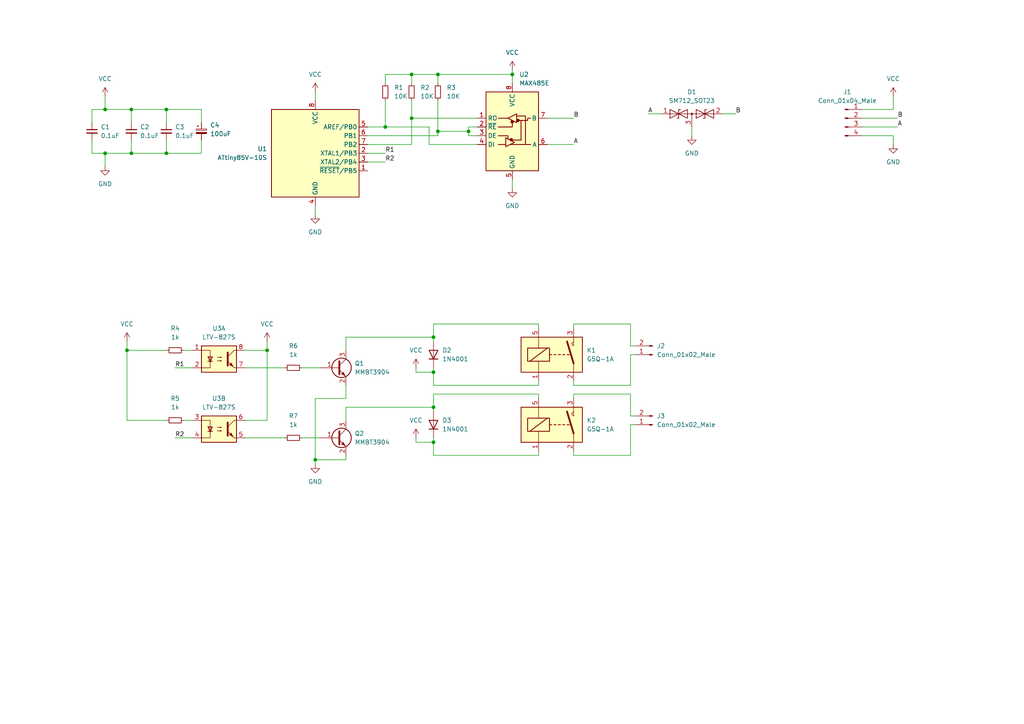
<source format=kicad_sch>
(kicad_sch (version 20211123) (generator eeschema)

  (uuid 94c9e946-2d71-487f-870d-bb8ed35b3cce)

  (paper "A4")

  (lib_symbols
    (symbol "Connector:Conn_01x02_Male" (pin_names (offset 1.016) hide) (in_bom yes) (on_board yes)
      (property "Reference" "J" (id 0) (at 0 2.54 0)
        (effects (font (size 1.27 1.27)))
      )
      (property "Value" "Conn_01x02_Male" (id 1) (at 0 -5.08 0)
        (effects (font (size 1.27 1.27)))
      )
      (property "Footprint" "" (id 2) (at 0 0 0)
        (effects (font (size 1.27 1.27)) hide)
      )
      (property "Datasheet" "~" (id 3) (at 0 0 0)
        (effects (font (size 1.27 1.27)) hide)
      )
      (property "ki_keywords" "connector" (id 4) (at 0 0 0)
        (effects (font (size 1.27 1.27)) hide)
      )
      (property "ki_description" "Generic connector, single row, 01x02, script generated (kicad-library-utils/schlib/autogen/connector/)" (id 5) (at 0 0 0)
        (effects (font (size 1.27 1.27)) hide)
      )
      (property "ki_fp_filters" "Connector*:*_1x??_*" (id 6) (at 0 0 0)
        (effects (font (size 1.27 1.27)) hide)
      )
      (symbol "Conn_01x02_Male_1_1"
        (polyline
          (pts
            (xy 1.27 -2.54)
            (xy 0.8636 -2.54)
          )
          (stroke (width 0.1524) (type default) (color 0 0 0 0))
          (fill (type none))
        )
        (polyline
          (pts
            (xy 1.27 0)
            (xy 0.8636 0)
          )
          (stroke (width 0.1524) (type default) (color 0 0 0 0))
          (fill (type none))
        )
        (rectangle (start 0.8636 -2.413) (end 0 -2.667)
          (stroke (width 0.1524) (type default) (color 0 0 0 0))
          (fill (type outline))
        )
        (rectangle (start 0.8636 0.127) (end 0 -0.127)
          (stroke (width 0.1524) (type default) (color 0 0 0 0))
          (fill (type outline))
        )
        (pin passive line (at 5.08 0 180) (length 3.81)
          (name "Pin_1" (effects (font (size 1.27 1.27))))
          (number "1" (effects (font (size 1.27 1.27))))
        )
        (pin passive line (at 5.08 -2.54 180) (length 3.81)
          (name "Pin_2" (effects (font (size 1.27 1.27))))
          (number "2" (effects (font (size 1.27 1.27))))
        )
      )
    )
    (symbol "Connector:Conn_01x04_Male" (pin_names (offset 1.016) hide) (in_bom yes) (on_board yes)
      (property "Reference" "J" (id 0) (at 0 5.08 0)
        (effects (font (size 1.27 1.27)))
      )
      (property "Value" "Conn_01x04_Male" (id 1) (at 0 -7.62 0)
        (effects (font (size 1.27 1.27)))
      )
      (property "Footprint" "" (id 2) (at 0 0 0)
        (effects (font (size 1.27 1.27)) hide)
      )
      (property "Datasheet" "~" (id 3) (at 0 0 0)
        (effects (font (size 1.27 1.27)) hide)
      )
      (property "ki_keywords" "connector" (id 4) (at 0 0 0)
        (effects (font (size 1.27 1.27)) hide)
      )
      (property "ki_description" "Generic connector, single row, 01x04, script generated (kicad-library-utils/schlib/autogen/connector/)" (id 5) (at 0 0 0)
        (effects (font (size 1.27 1.27)) hide)
      )
      (property "ki_fp_filters" "Connector*:*_1x??_*" (id 6) (at 0 0 0)
        (effects (font (size 1.27 1.27)) hide)
      )
      (symbol "Conn_01x04_Male_1_1"
        (polyline
          (pts
            (xy 1.27 -5.08)
            (xy 0.8636 -5.08)
          )
          (stroke (width 0.1524) (type default) (color 0 0 0 0))
          (fill (type none))
        )
        (polyline
          (pts
            (xy 1.27 -2.54)
            (xy 0.8636 -2.54)
          )
          (stroke (width 0.1524) (type default) (color 0 0 0 0))
          (fill (type none))
        )
        (polyline
          (pts
            (xy 1.27 0)
            (xy 0.8636 0)
          )
          (stroke (width 0.1524) (type default) (color 0 0 0 0))
          (fill (type none))
        )
        (polyline
          (pts
            (xy 1.27 2.54)
            (xy 0.8636 2.54)
          )
          (stroke (width 0.1524) (type default) (color 0 0 0 0))
          (fill (type none))
        )
        (rectangle (start 0.8636 -4.953) (end 0 -5.207)
          (stroke (width 0.1524) (type default) (color 0 0 0 0))
          (fill (type outline))
        )
        (rectangle (start 0.8636 -2.413) (end 0 -2.667)
          (stroke (width 0.1524) (type default) (color 0 0 0 0))
          (fill (type outline))
        )
        (rectangle (start 0.8636 0.127) (end 0 -0.127)
          (stroke (width 0.1524) (type default) (color 0 0 0 0))
          (fill (type outline))
        )
        (rectangle (start 0.8636 2.667) (end 0 2.413)
          (stroke (width 0.1524) (type default) (color 0 0 0 0))
          (fill (type outline))
        )
        (pin passive line (at 5.08 2.54 180) (length 3.81)
          (name "Pin_1" (effects (font (size 1.27 1.27))))
          (number "1" (effects (font (size 1.27 1.27))))
        )
        (pin passive line (at 5.08 0 180) (length 3.81)
          (name "Pin_2" (effects (font (size 1.27 1.27))))
          (number "2" (effects (font (size 1.27 1.27))))
        )
        (pin passive line (at 5.08 -2.54 180) (length 3.81)
          (name "Pin_3" (effects (font (size 1.27 1.27))))
          (number "3" (effects (font (size 1.27 1.27))))
        )
        (pin passive line (at 5.08 -5.08 180) (length 3.81)
          (name "Pin_4" (effects (font (size 1.27 1.27))))
          (number "4" (effects (font (size 1.27 1.27))))
        )
      )
    )
    (symbol "Device:C_Polarized_Small" (pin_numbers hide) (pin_names (offset 0.254) hide) (in_bom yes) (on_board yes)
      (property "Reference" "C" (id 0) (at 0.254 1.778 0)
        (effects (font (size 1.27 1.27)) (justify left))
      )
      (property "Value" "C_Polarized_Small" (id 1) (at 0.254 -2.032 0)
        (effects (font (size 1.27 1.27)) (justify left))
      )
      (property "Footprint" "" (id 2) (at 0 0 0)
        (effects (font (size 1.27 1.27)) hide)
      )
      (property "Datasheet" "~" (id 3) (at 0 0 0)
        (effects (font (size 1.27 1.27)) hide)
      )
      (property "ki_keywords" "cap capacitor" (id 4) (at 0 0 0)
        (effects (font (size 1.27 1.27)) hide)
      )
      (property "ki_description" "Polarized capacitor, small symbol" (id 5) (at 0 0 0)
        (effects (font (size 1.27 1.27)) hide)
      )
      (property "ki_fp_filters" "CP_*" (id 6) (at 0 0 0)
        (effects (font (size 1.27 1.27)) hide)
      )
      (symbol "C_Polarized_Small_0_1"
        (rectangle (start -1.524 -0.3048) (end 1.524 -0.6858)
          (stroke (width 0) (type default) (color 0 0 0 0))
          (fill (type outline))
        )
        (rectangle (start -1.524 0.6858) (end 1.524 0.3048)
          (stroke (width 0) (type default) (color 0 0 0 0))
          (fill (type none))
        )
        (polyline
          (pts
            (xy -1.27 1.524)
            (xy -0.762 1.524)
          )
          (stroke (width 0) (type default) (color 0 0 0 0))
          (fill (type none))
        )
        (polyline
          (pts
            (xy -1.016 1.27)
            (xy -1.016 1.778)
          )
          (stroke (width 0) (type default) (color 0 0 0 0))
          (fill (type none))
        )
      )
      (symbol "C_Polarized_Small_1_1"
        (pin passive line (at 0 2.54 270) (length 1.8542)
          (name "~" (effects (font (size 1.27 1.27))))
          (number "1" (effects (font (size 1.27 1.27))))
        )
        (pin passive line (at 0 -2.54 90) (length 1.8542)
          (name "~" (effects (font (size 1.27 1.27))))
          (number "2" (effects (font (size 1.27 1.27))))
        )
      )
    )
    (symbol "Device:C_Small" (pin_numbers hide) (pin_names (offset 0.254) hide) (in_bom yes) (on_board yes)
      (property "Reference" "C" (id 0) (at 0.254 1.778 0)
        (effects (font (size 1.27 1.27)) (justify left))
      )
      (property "Value" "C_Small" (id 1) (at 0.254 -2.032 0)
        (effects (font (size 1.27 1.27)) (justify left))
      )
      (property "Footprint" "" (id 2) (at 0 0 0)
        (effects (font (size 1.27 1.27)) hide)
      )
      (property "Datasheet" "~" (id 3) (at 0 0 0)
        (effects (font (size 1.27 1.27)) hide)
      )
      (property "ki_keywords" "capacitor cap" (id 4) (at 0 0 0)
        (effects (font (size 1.27 1.27)) hide)
      )
      (property "ki_description" "Unpolarized capacitor, small symbol" (id 5) (at 0 0 0)
        (effects (font (size 1.27 1.27)) hide)
      )
      (property "ki_fp_filters" "C_*" (id 6) (at 0 0 0)
        (effects (font (size 1.27 1.27)) hide)
      )
      (symbol "C_Small_0_1"
        (polyline
          (pts
            (xy -1.524 -0.508)
            (xy 1.524 -0.508)
          )
          (stroke (width 0.3302) (type default) (color 0 0 0 0))
          (fill (type none))
        )
        (polyline
          (pts
            (xy -1.524 0.508)
            (xy 1.524 0.508)
          )
          (stroke (width 0.3048) (type default) (color 0 0 0 0))
          (fill (type none))
        )
      )
      (symbol "C_Small_1_1"
        (pin passive line (at 0 2.54 270) (length 2.032)
          (name "~" (effects (font (size 1.27 1.27))))
          (number "1" (effects (font (size 1.27 1.27))))
        )
        (pin passive line (at 0 -2.54 90) (length 2.032)
          (name "~" (effects (font (size 1.27 1.27))))
          (number "2" (effects (font (size 1.27 1.27))))
        )
      )
    )
    (symbol "Device:R_Small" (pin_numbers hide) (pin_names (offset 0.254) hide) (in_bom yes) (on_board yes)
      (property "Reference" "R" (id 0) (at 0.762 0.508 0)
        (effects (font (size 1.27 1.27)) (justify left))
      )
      (property "Value" "R_Small" (id 1) (at 0.762 -1.016 0)
        (effects (font (size 1.27 1.27)) (justify left))
      )
      (property "Footprint" "" (id 2) (at 0 0 0)
        (effects (font (size 1.27 1.27)) hide)
      )
      (property "Datasheet" "~" (id 3) (at 0 0 0)
        (effects (font (size 1.27 1.27)) hide)
      )
      (property "ki_keywords" "R resistor" (id 4) (at 0 0 0)
        (effects (font (size 1.27 1.27)) hide)
      )
      (property "ki_description" "Resistor, small symbol" (id 5) (at 0 0 0)
        (effects (font (size 1.27 1.27)) hide)
      )
      (property "ki_fp_filters" "R_*" (id 6) (at 0 0 0)
        (effects (font (size 1.27 1.27)) hide)
      )
      (symbol "R_Small_0_1"
        (rectangle (start -0.762 1.778) (end 0.762 -1.778)
          (stroke (width 0.2032) (type default) (color 0 0 0 0))
          (fill (type none))
        )
      )
      (symbol "R_Small_1_1"
        (pin passive line (at 0 2.54 270) (length 0.762)
          (name "~" (effects (font (size 1.27 1.27))))
          (number "1" (effects (font (size 1.27 1.27))))
        )
        (pin passive line (at 0 -2.54 90) (length 0.762)
          (name "~" (effects (font (size 1.27 1.27))))
          (number "2" (effects (font (size 1.27 1.27))))
        )
      )
    )
    (symbol "Diode:SM4001" (pin_numbers hide) (pin_names (offset 1.016) hide) (in_bom yes) (on_board yes)
      (property "Reference" "D" (id 0) (at 0 2.54 0)
        (effects (font (size 1.27 1.27)))
      )
      (property "Value" "SM4001" (id 1) (at 0 -2.54 0)
        (effects (font (size 1.27 1.27)))
      )
      (property "Footprint" "Diode_SMD:D_MELF" (id 2) (at 0 -4.445 0)
        (effects (font (size 1.27 1.27)) hide)
      )
      (property "Datasheet" "http://cdn-reichelt.de/documents/datenblatt/A400/SMD1N400%23DIO.pdf" (id 3) (at 0 0 0)
        (effects (font (size 1.27 1.27)) hide)
      )
      (property "ki_keywords" "diode" (id 4) (at 0 0 0)
        (effects (font (size 1.27 1.27)) hide)
      )
      (property "ki_description" "50V 1A General Purpose Rectifier Diode, MELF" (id 5) (at 0 0 0)
        (effects (font (size 1.27 1.27)) hide)
      )
      (property "ki_fp_filters" "D*MELF*" (id 6) (at 0 0 0)
        (effects (font (size 1.27 1.27)) hide)
      )
      (symbol "SM4001_0_1"
        (polyline
          (pts
            (xy -1.27 1.27)
            (xy -1.27 -1.27)
          )
          (stroke (width 0.254) (type default) (color 0 0 0 0))
          (fill (type none))
        )
        (polyline
          (pts
            (xy 1.27 0)
            (xy -1.27 0)
          )
          (stroke (width 0) (type default) (color 0 0 0 0))
          (fill (type none))
        )
        (polyline
          (pts
            (xy 1.27 1.27)
            (xy 1.27 -1.27)
            (xy -1.27 0)
            (xy 1.27 1.27)
          )
          (stroke (width 0.254) (type default) (color 0 0 0 0))
          (fill (type none))
        )
      )
      (symbol "SM4001_1_1"
        (pin passive line (at -3.81 0 0) (length 2.54)
          (name "K" (effects (font (size 1.27 1.27))))
          (number "1" (effects (font (size 1.27 1.27))))
        )
        (pin passive line (at 3.81 0 180) (length 2.54)
          (name "A" (effects (font (size 1.27 1.27))))
          (number "2" (effects (font (size 1.27 1.27))))
        )
      )
    )
    (symbol "Diode:SM712_SOT23" (pin_names (offset 1.016) hide) (in_bom yes) (on_board yes)
      (property "Reference" "D" (id 0) (at 0 4.445 0)
        (effects (font (size 1.27 1.27)))
      )
      (property "Value" "SM712_SOT23" (id 1) (at 0 2.54 0)
        (effects (font (size 1.27 1.27)))
      )
      (property "Footprint" "Package_TO_SOT_SMD:SOT-23" (id 2) (at 0 -8.89 0)
        (effects (font (size 1.27 1.27)) hide)
      )
      (property "Datasheet" "https://www.littelfuse.com/~/media/electronics/datasheets/tvs_diode_arrays/littelfuse_tvs_diode_array_sm712_datasheet.pdf.pdf" (id 3) (at -3.81 0 0)
        (effects (font (size 1.27 1.27)) hide)
      )
      (property "ki_keywords" "transient voltage suppressor thyrector transil" (id 4) (at 0 0 0)
        (effects (font (size 1.27 1.27)) hide)
      )
      (property "ki_description" "7V/12V, 600W Asymmetrical TVS Diode Array, SOT-23" (id 5) (at 0 0 0)
        (effects (font (size 1.27 1.27)) hide)
      )
      (property "ki_fp_filters" "SOT?23*" (id 6) (at 0 0 0)
        (effects (font (size 1.27 1.27)) hide)
      )
      (symbol "SM712_SOT23_0_0"
        (polyline
          (pts
            (xy 0 -1.27)
            (xy 0 0)
          )
          (stroke (width 0) (type default) (color 0 0 0 0))
          (fill (type none))
        )
      )
      (symbol "SM712_SOT23_0_1"
        (polyline
          (pts
            (xy -6.35 0)
            (xy 6.35 0)
          )
          (stroke (width 0) (type default) (color 0 0 0 0))
          (fill (type none))
        )
        (polyline
          (pts
            (xy -3.302 1.27)
            (xy -3.81 1.27)
            (xy -3.81 -1.27)
            (xy -4.318 -1.27)
          )
          (stroke (width 0.2032) (type default) (color 0 0 0 0))
          (fill (type none))
        )
        (polyline
          (pts
            (xy 4.318 1.27)
            (xy 3.81 1.27)
            (xy 3.81 -1.27)
            (xy 3.302 -1.27)
          )
          (stroke (width 0.2032) (type default) (color 0 0 0 0))
          (fill (type none))
        )
        (polyline
          (pts
            (xy -6.35 -1.27)
            (xy -1.27 1.27)
            (xy -1.27 -1.27)
            (xy -6.35 1.27)
            (xy -6.35 -1.27)
          )
          (stroke (width 0.2032) (type default) (color 0 0 0 0))
          (fill (type none))
        )
        (polyline
          (pts
            (xy 1.27 -1.27)
            (xy 1.27 1.27)
            (xy 6.35 -1.27)
            (xy 6.35 1.27)
            (xy 1.27 -1.27)
          )
          (stroke (width 0.2032) (type default) (color 0 0 0 0))
          (fill (type none))
        )
        (circle (center 0 0) (radius 0.254)
          (stroke (width 0) (type default) (color 0 0 0 0))
          (fill (type outline))
        )
      )
      (symbol "SM712_SOT23_1_1"
        (pin passive line (at -8.89 0 0) (length 2.54)
          (name "A1" (effects (font (size 1.27 1.27))))
          (number "1" (effects (font (size 1.27 1.27))))
        )
        (pin passive line (at 8.89 0 180) (length 2.54)
          (name "A2" (effects (font (size 1.27 1.27))))
          (number "2" (effects (font (size 1.27 1.27))))
        )
        (pin input line (at 0 -3.81 90) (length 2.54)
          (name "common" (effects (font (size 1.27 1.27))))
          (number "3" (effects (font (size 1.27 1.27))))
        )
      )
    )
    (symbol "Interface_UART:MAX485E" (in_bom yes) (on_board yes)
      (property "Reference" "U" (id 0) (at -6.096 11.43 0)
        (effects (font (size 1.27 1.27)))
      )
      (property "Value" "MAX485E" (id 1) (at 0.762 11.43 0)
        (effects (font (size 1.27 1.27)) (justify left))
      )
      (property "Footprint" "" (id 2) (at 0 -17.78 0)
        (effects (font (size 1.27 1.27)) hide)
      )
      (property "Datasheet" "https://datasheets.maximintegrated.com/en/ds/MAX1487E-MAX491E.pdf" (id 3) (at 0 1.27 0)
        (effects (font (size 1.27 1.27)) hide)
      )
      (property "ki_keywords" "Half duplex RS-485/RS-422, 2.5 Mbps, ±15kV electro-static discharge (ESD) protection, no slew-rate, no low-power shutdown, with receiver/driver enable, 32 receiver drive kapacitity, DIP-8 and SOIC-8" (id 4) (at 0 0 0)
        (effects (font (size 1.27 1.27)) hide)
      )
      (property "ki_description" "Half duplex RS-485/RS-422, 2.5 Mbps, ±15kV electro-static discharge (ESD) protection, no slew-rate, no low-power shutdown, with receiver/driver enable, 32 receiver drive kapacitity, DIP-8 and SOIC-8" (id 5) (at 0 0 0)
        (effects (font (size 1.27 1.27)) hide)
      )
      (property "ki_fp_filters" "DIP*W7.62mm* SOIC*3.9x4.9mm*P1.27mm*" (id 6) (at 0 0 0)
        (effects (font (size 1.27 1.27)) hide)
      )
      (symbol "MAX485E_0_1"
        (rectangle (start -7.62 10.16) (end 7.62 -12.7)
          (stroke (width 0.254) (type default) (color 0 0 0 0))
          (fill (type background))
        )
        (circle (center -0.3048 -3.683) (radius 0.3556)
          (stroke (width 0.254) (type default) (color 0 0 0 0))
          (fill (type outline))
        )
        (circle (center -0.0254 1.4986) (radius 0.3556)
          (stroke (width 0.254) (type default) (color 0 0 0 0))
          (fill (type outline))
        )
        (polyline
          (pts
            (xy -4.064 -5.08)
            (xy -1.905 -5.08)
          )
          (stroke (width 0.254) (type default) (color 0 0 0 0))
          (fill (type none))
        )
        (polyline
          (pts
            (xy -4.064 2.54)
            (xy -1.27 2.54)
          )
          (stroke (width 0.254) (type default) (color 0 0 0 0))
          (fill (type none))
        )
        (polyline
          (pts
            (xy -1.27 -3.2004)
            (xy -1.27 -3.4544)
          )
          (stroke (width 0.254) (type default) (color 0 0 0 0))
          (fill (type none))
        )
        (polyline
          (pts
            (xy -0.635 -5.08)
            (xy 5.334 -5.08)
          )
          (stroke (width 0.254) (type default) (color 0 0 0 0))
          (fill (type none))
        )
        (polyline
          (pts
            (xy -4.064 -2.54)
            (xy -1.27 -2.54)
            (xy -1.27 -3.175)
          )
          (stroke (width 0.254) (type default) (color 0 0 0 0))
          (fill (type none))
        )
        (polyline
          (pts
            (xy 0 1.27)
            (xy 0 0)
            (xy -4.064 0)
          )
          (stroke (width 0.254) (type default) (color 0 0 0 0))
          (fill (type none))
        )
        (polyline
          (pts
            (xy 1.27 3.175)
            (xy 3.81 3.175)
            (xy 3.81 -5.08)
          )
          (stroke (width 0.254) (type default) (color 0 0 0 0))
          (fill (type none))
        )
        (polyline
          (pts
            (xy 2.54 1.905)
            (xy 2.54 -3.81)
            (xy 0 -3.81)
          )
          (stroke (width 0.254) (type default) (color 0 0 0 0))
          (fill (type none))
        )
        (polyline
          (pts
            (xy -1.905 -3.175)
            (xy -1.905 -5.715)
            (xy 0.635 -4.445)
            (xy -1.905 -3.175)
          )
          (stroke (width 0.254) (type default) (color 0 0 0 0))
          (fill (type none))
        )
        (polyline
          (pts
            (xy -1.27 2.54)
            (xy 1.27 3.81)
            (xy 1.27 1.27)
            (xy -1.27 2.54)
          )
          (stroke (width 0.254) (type default) (color 0 0 0 0))
          (fill (type none))
        )
        (polyline
          (pts
            (xy 1.905 1.905)
            (xy 4.445 1.905)
            (xy 4.445 2.54)
            (xy 5.334 2.54)
          )
          (stroke (width 0.254) (type default) (color 0 0 0 0))
          (fill (type none))
        )
        (rectangle (start 1.27 3.175) (end 1.27 3.175)
          (stroke (width 0) (type default) (color 0 0 0 0))
          (fill (type none))
        )
        (circle (center 1.651 1.905) (radius 0.3556)
          (stroke (width 0.254) (type default) (color 0 0 0 0))
          (fill (type outline))
        )
      )
      (symbol "MAX485E_1_1"
        (pin output line (at -10.16 2.54 0) (length 2.54)
          (name "RO" (effects (font (size 1.27 1.27))))
          (number "1" (effects (font (size 1.27 1.27))))
        )
        (pin input line (at -10.16 0 0) (length 2.54)
          (name "~{RE}" (effects (font (size 1.27 1.27))))
          (number "2" (effects (font (size 1.27 1.27))))
        )
        (pin input line (at -10.16 -2.54 0) (length 2.54)
          (name "DE" (effects (font (size 1.27 1.27))))
          (number "3" (effects (font (size 1.27 1.27))))
        )
        (pin input line (at -10.16 -5.08 0) (length 2.54)
          (name "DI" (effects (font (size 1.27 1.27))))
          (number "4" (effects (font (size 1.27 1.27))))
        )
        (pin power_in line (at 0 -15.24 90) (length 2.54)
          (name "GND" (effects (font (size 1.27 1.27))))
          (number "5" (effects (font (size 1.27 1.27))))
        )
        (pin bidirectional line (at 10.16 -5.08 180) (length 2.54)
          (name "A" (effects (font (size 1.27 1.27))))
          (number "6" (effects (font (size 1.27 1.27))))
        )
        (pin bidirectional line (at 10.16 2.54 180) (length 2.54)
          (name "B" (effects (font (size 1.27 1.27))))
          (number "7" (effects (font (size 1.27 1.27))))
        )
        (pin power_in line (at 0 12.7 270) (length 2.54)
          (name "VCC" (effects (font (size 1.27 1.27))))
          (number "8" (effects (font (size 1.27 1.27))))
        )
      )
    )
    (symbol "Isolator:LTV-827S" (pin_names (offset 1.016)) (in_bom yes) (on_board yes)
      (property "Reference" "U" (id 0) (at -3.81 5.08 0)
        (effects (font (size 1.27 1.27)))
      )
      (property "Value" "LTV-827S" (id 1) (at 0 -5.08 0)
        (effects (font (size 1.27 1.27)))
      )
      (property "Footprint" "Package_DIP:SMDIP-8_W9.53mm" (id 2) (at 0 -7.62 0)
        (effects (font (size 1.27 1.27)) hide)
      )
      (property "Datasheet" "http://www.us.liteon.com/downloads/LTV-817-827-847.PDF" (id 3) (at -20.32 13.97 0)
        (effects (font (size 1.27 1.27)) hide)
      )
      (property "ki_keywords" "NPN DC Optocoupler" (id 4) (at 0 0 0)
        (effects (font (size 1.27 1.27)) hide)
      )
      (property "ki_description" "DC Optocoupler, Vce 35V, CTR 50%, SMDIP-8" (id 5) (at 0 0 0)
        (effects (font (size 1.27 1.27)) hide)
      )
      (property "ki_fp_filters" "SMDIP*W9.53mm*" (id 6) (at 0 0 0)
        (effects (font (size 1.27 1.27)) hide)
      )
      (symbol "LTV-827S_0_1"
        (rectangle (start -5.08 3.81) (end 5.08 -3.81)
          (stroke (width 0.254) (type default) (color 0 0 0 0))
          (fill (type background))
        )
        (polyline
          (pts
            (xy -3.175 -0.635)
            (xy -1.905 -0.635)
          )
          (stroke (width 0.254) (type default) (color 0 0 0 0))
          (fill (type none))
        )
        (polyline
          (pts
            (xy 2.54 0.635)
            (xy 4.445 2.54)
          )
          (stroke (width 0) (type default) (color 0 0 0 0))
          (fill (type none))
        )
        (polyline
          (pts
            (xy 4.445 -2.54)
            (xy 2.54 -0.635)
          )
          (stroke (width 0) (type default) (color 0 0 0 0))
          (fill (type outline))
        )
        (polyline
          (pts
            (xy 4.445 -2.54)
            (xy 5.08 -2.54)
          )
          (stroke (width 0) (type default) (color 0 0 0 0))
          (fill (type none))
        )
        (polyline
          (pts
            (xy 4.445 2.54)
            (xy 5.08 2.54)
          )
          (stroke (width 0) (type default) (color 0 0 0 0))
          (fill (type none))
        )
        (polyline
          (pts
            (xy -2.54 -0.635)
            (xy -2.54 -2.54)
            (xy -5.08 -2.54)
          )
          (stroke (width 0) (type default) (color 0 0 0 0))
          (fill (type none))
        )
        (polyline
          (pts
            (xy 2.54 1.905)
            (xy 2.54 -1.905)
            (xy 2.54 -1.905)
          )
          (stroke (width 0.508) (type default) (color 0 0 0 0))
          (fill (type none))
        )
        (polyline
          (pts
            (xy -5.08 2.54)
            (xy -2.54 2.54)
            (xy -2.54 -1.27)
            (xy -2.54 0.635)
          )
          (stroke (width 0) (type default) (color 0 0 0 0))
          (fill (type none))
        )
        (polyline
          (pts
            (xy -2.54 -0.635)
            (xy -3.175 0.635)
            (xy -1.905 0.635)
            (xy -2.54 -0.635)
          )
          (stroke (width 0.254) (type default) (color 0 0 0 0))
          (fill (type none))
        )
        (polyline
          (pts
            (xy -0.508 -0.508)
            (xy 0.762 -0.508)
            (xy 0.381 -0.635)
            (xy 0.381 -0.381)
            (xy 0.762 -0.508)
          )
          (stroke (width 0) (type default) (color 0 0 0 0))
          (fill (type none))
        )
        (polyline
          (pts
            (xy -0.508 0.508)
            (xy 0.762 0.508)
            (xy 0.381 0.381)
            (xy 0.381 0.635)
            (xy 0.762 0.508)
          )
          (stroke (width 0) (type default) (color 0 0 0 0))
          (fill (type none))
        )
        (polyline
          (pts
            (xy 3.048 -1.651)
            (xy 3.556 -1.143)
            (xy 4.064 -2.159)
            (xy 3.048 -1.651)
            (xy 3.048 -1.651)
          )
          (stroke (width 0) (type default) (color 0 0 0 0))
          (fill (type outline))
        )
      )
      (symbol "LTV-827S_1_1"
        (pin passive line (at -7.62 2.54 0) (length 2.54)
          (name "~" (effects (font (size 1.27 1.27))))
          (number "1" (effects (font (size 1.27 1.27))))
        )
        (pin passive line (at -7.62 -2.54 0) (length 2.54)
          (name "~" (effects (font (size 1.27 1.27))))
          (number "2" (effects (font (size 1.27 1.27))))
        )
        (pin passive line (at 7.62 -2.54 180) (length 2.54)
          (name "~" (effects (font (size 1.27 1.27))))
          (number "7" (effects (font (size 1.27 1.27))))
        )
        (pin passive line (at 7.62 2.54 180) (length 2.54)
          (name "~" (effects (font (size 1.27 1.27))))
          (number "8" (effects (font (size 1.27 1.27))))
        )
      )
      (symbol "LTV-827S_2_1"
        (pin passive line (at -7.62 2.54 0) (length 2.54)
          (name "~" (effects (font (size 1.27 1.27))))
          (number "3" (effects (font (size 1.27 1.27))))
        )
        (pin passive line (at -7.62 -2.54 0) (length 2.54)
          (name "~" (effects (font (size 1.27 1.27))))
          (number "4" (effects (font (size 1.27 1.27))))
        )
        (pin passive line (at 7.62 -2.54 180) (length 2.54)
          (name "~" (effects (font (size 1.27 1.27))))
          (number "5" (effects (font (size 1.27 1.27))))
        )
        (pin passive line (at 7.62 2.54 180) (length 2.54)
          (name "~" (effects (font (size 1.27 1.27))))
          (number "6" (effects (font (size 1.27 1.27))))
        )
      )
    )
    (symbol "MCU_Microchip_ATtiny:ATtiny85V-10S" (in_bom yes) (on_board yes)
      (property "Reference" "U" (id 0) (at -12.7 13.97 0)
        (effects (font (size 1.27 1.27)) (justify left bottom))
      )
      (property "Value" "ATtiny85V-10S" (id 1) (at 2.54 -13.97 0)
        (effects (font (size 1.27 1.27)) (justify left top))
      )
      (property "Footprint" "Package_SO:SOIC-8W_5.3x5.3mm_P1.27mm" (id 2) (at 0 0 0)
        (effects (font (size 1.27 1.27) italic) hide)
      )
      (property "Datasheet" "http://ww1.microchip.com/downloads/en/DeviceDoc/atmel-2586-avr-8-bit-microcontroller-attiny25-attiny45-attiny85_datasheet.pdf" (id 3) (at 0 0 0)
        (effects (font (size 1.27 1.27)) hide)
      )
      (property "ki_keywords" "AVR 8bit Microcontroller tinyAVR" (id 4) (at 0 0 0)
        (effects (font (size 1.27 1.27)) hide)
      )
      (property "ki_description" "10MHz, 8kB Flash, 512B SRAM, 512B EEPROM, debugWIRE, SOIC-8W" (id 5) (at 0 0 0)
        (effects (font (size 1.27 1.27)) hide)
      )
      (property "ki_fp_filters" "SOIC*5.3x5.3mm*P1.27mm*" (id 6) (at 0 0 0)
        (effects (font (size 1.27 1.27)) hide)
      )
      (symbol "ATtiny85V-10S_0_1"
        (rectangle (start -12.7 -12.7) (end 12.7 12.7)
          (stroke (width 0.254) (type default) (color 0 0 0 0))
          (fill (type background))
        )
      )
      (symbol "ATtiny85V-10S_1_1"
        (pin bidirectional line (at 15.24 -5.08 180) (length 2.54)
          (name "~{RESET}/PB5" (effects (font (size 1.27 1.27))))
          (number "1" (effects (font (size 1.27 1.27))))
        )
        (pin bidirectional line (at 15.24 0 180) (length 2.54)
          (name "XTAL1/PB3" (effects (font (size 1.27 1.27))))
          (number "2" (effects (font (size 1.27 1.27))))
        )
        (pin bidirectional line (at 15.24 -2.54 180) (length 2.54)
          (name "XTAL2/PB4" (effects (font (size 1.27 1.27))))
          (number "3" (effects (font (size 1.27 1.27))))
        )
        (pin power_in line (at 0 -15.24 90) (length 2.54)
          (name "GND" (effects (font (size 1.27 1.27))))
          (number "4" (effects (font (size 1.27 1.27))))
        )
        (pin bidirectional line (at 15.24 7.62 180) (length 2.54)
          (name "AREF/PB0" (effects (font (size 1.27 1.27))))
          (number "5" (effects (font (size 1.27 1.27))))
        )
        (pin bidirectional line (at 15.24 5.08 180) (length 2.54)
          (name "PB1" (effects (font (size 1.27 1.27))))
          (number "6" (effects (font (size 1.27 1.27))))
        )
        (pin bidirectional line (at 15.24 2.54 180) (length 2.54)
          (name "PB2" (effects (font (size 1.27 1.27))))
          (number "7" (effects (font (size 1.27 1.27))))
        )
        (pin power_in line (at 0 15.24 270) (length 2.54)
          (name "VCC" (effects (font (size 1.27 1.27))))
          (number "8" (effects (font (size 1.27 1.27))))
        )
      )
    )
    (symbol "Relay:G5Q-1A" (in_bom yes) (on_board yes)
      (property "Reference" "K" (id 0) (at 8.89 3.81 0)
        (effects (font (size 1.27 1.27)) (justify left))
      )
      (property "Value" "G5Q-1A" (id 1) (at 8.89 1.27 0)
        (effects (font (size 1.27 1.27)) (justify left))
      )
      (property "Footprint" "Relay_THT:Relay_SPST_Omron-G5Q-1A" (id 2) (at 8.89 -1.27 0)
        (effects (font (size 1.27 1.27)) (justify left) hide)
      )
      (property "Datasheet" "https://www.omron.com/ecb/products/pdf/en-g5q.pdf" (id 3) (at 0 0 0)
        (effects (font (size 1.27 1.27)) hide)
      )
      (property "ki_keywords" "Miniature Single Pole Relay" (id 4) (at 0 0 0)
        (effects (font (size 1.27 1.27)) hide)
      )
      (property "ki_description" "Omron G5Q relay, Miniature Single Pole, SPST-NO, 10A" (id 5) (at 0 0 0)
        (effects (font (size 1.27 1.27)) hide)
      )
      (property "ki_fp_filters" "Relay*SPST*Omron*G5Q*" (id 6) (at 0 0 0)
        (effects (font (size 1.27 1.27)) hide)
      )
      (symbol "G5Q-1A_0_0"
        (polyline
          (pts
            (xy 5.08 5.08)
            (xy 5.08 2.54)
            (xy 4.445 3.175)
            (xy 5.08 3.81)
          )
          (stroke (width 0) (type default) (color 0 0 0 0))
          (fill (type none))
        )
      )
      (symbol "G5Q-1A_0_1"
        (rectangle (start -10.16 5.08) (end 7.62 -5.08)
          (stroke (width 0.254) (type default) (color 0 0 0 0))
          (fill (type background))
        )
        (rectangle (start -8.255 1.905) (end -1.905 -1.905)
          (stroke (width 0.254) (type default) (color 0 0 0 0))
          (fill (type none))
        )
        (polyline
          (pts
            (xy -7.62 -1.905)
            (xy -2.54 1.905)
          )
          (stroke (width 0.254) (type default) (color 0 0 0 0))
          (fill (type none))
        )
        (polyline
          (pts
            (xy -5.08 -5.08)
            (xy -5.08 -1.905)
          )
          (stroke (width 0) (type default) (color 0 0 0 0))
          (fill (type none))
        )
        (polyline
          (pts
            (xy -5.08 5.08)
            (xy -5.08 1.905)
          )
          (stroke (width 0) (type default) (color 0 0 0 0))
          (fill (type none))
        )
        (polyline
          (pts
            (xy -1.905 0)
            (xy -1.27 0)
          )
          (stroke (width 0.254) (type default) (color 0 0 0 0))
          (fill (type none))
        )
        (polyline
          (pts
            (xy -0.635 0)
            (xy 0 0)
          )
          (stroke (width 0.254) (type default) (color 0 0 0 0))
          (fill (type none))
        )
        (polyline
          (pts
            (xy 0.635 0)
            (xy 1.27 0)
          )
          (stroke (width 0.254) (type default) (color 0 0 0 0))
          (fill (type none))
        )
        (polyline
          (pts
            (xy 1.905 0)
            (xy 2.54 0)
          )
          (stroke (width 0.254) (type default) (color 0 0 0 0))
          (fill (type none))
        )
        (polyline
          (pts
            (xy 3.175 0)
            (xy 3.81 0)
          )
          (stroke (width 0.254) (type default) (color 0 0 0 0))
          (fill (type none))
        )
        (polyline
          (pts
            (xy 5.08 -2.54)
            (xy 3.175 3.81)
          )
          (stroke (width 0.508) (type default) (color 0 0 0 0))
          (fill (type none))
        )
        (polyline
          (pts
            (xy 5.08 -2.54)
            (xy 5.08 -5.08)
          )
          (stroke (width 0) (type default) (color 0 0 0 0))
          (fill (type none))
        )
      )
      (symbol "G5Q-1A_1_1"
        (pin passive line (at -5.08 -7.62 90) (length 2.54)
          (name "~" (effects (font (size 1.27 1.27))))
          (number "1" (effects (font (size 1.27 1.27))))
        )
        (pin passive line (at 5.08 -7.62 90) (length 2.54)
          (name "~" (effects (font (size 1.27 1.27))))
          (number "2" (effects (font (size 1.27 1.27))))
        )
        (pin passive line (at 5.08 7.62 270) (length 2.54)
          (name "~" (effects (font (size 1.27 1.27))))
          (number "3" (effects (font (size 1.27 1.27))))
        )
        (pin passive line (at -5.08 7.62 270) (length 2.54)
          (name "~" (effects (font (size 1.27 1.27))))
          (number "5" (effects (font (size 1.27 1.27))))
        )
      )
    )
    (symbol "Transistor_BJT:MMBT3904" (pin_names (offset 0) hide) (in_bom yes) (on_board yes)
      (property "Reference" "Q" (id 0) (at 5.08 1.905 0)
        (effects (font (size 1.27 1.27)) (justify left))
      )
      (property "Value" "MMBT3904" (id 1) (at 5.08 0 0)
        (effects (font (size 1.27 1.27)) (justify left))
      )
      (property "Footprint" "Package_TO_SOT_SMD:SOT-23" (id 2) (at 5.08 -1.905 0)
        (effects (font (size 1.27 1.27) italic) (justify left) hide)
      )
      (property "Datasheet" "https://www.onsemi.com/pub/Collateral/2N3903-D.PDF" (id 3) (at 0 0 0)
        (effects (font (size 1.27 1.27)) (justify left) hide)
      )
      (property "ki_keywords" "NPN Transistor" (id 4) (at 0 0 0)
        (effects (font (size 1.27 1.27)) hide)
      )
      (property "ki_description" "0.2A Ic, 40V Vce, Small Signal NPN Transistor, SOT-23" (id 5) (at 0 0 0)
        (effects (font (size 1.27 1.27)) hide)
      )
      (property "ki_fp_filters" "SOT?23*" (id 6) (at 0 0 0)
        (effects (font (size 1.27 1.27)) hide)
      )
      (symbol "MMBT3904_0_1"
        (polyline
          (pts
            (xy 0.635 0.635)
            (xy 2.54 2.54)
          )
          (stroke (width 0) (type default) (color 0 0 0 0))
          (fill (type none))
        )
        (polyline
          (pts
            (xy 0.635 -0.635)
            (xy 2.54 -2.54)
            (xy 2.54 -2.54)
          )
          (stroke (width 0) (type default) (color 0 0 0 0))
          (fill (type none))
        )
        (polyline
          (pts
            (xy 0.635 1.905)
            (xy 0.635 -1.905)
            (xy 0.635 -1.905)
          )
          (stroke (width 0.508) (type default) (color 0 0 0 0))
          (fill (type none))
        )
        (polyline
          (pts
            (xy 1.27 -1.778)
            (xy 1.778 -1.27)
            (xy 2.286 -2.286)
            (xy 1.27 -1.778)
            (xy 1.27 -1.778)
          )
          (stroke (width 0) (type default) (color 0 0 0 0))
          (fill (type outline))
        )
        (circle (center 1.27 0) (radius 2.8194)
          (stroke (width 0.254) (type default) (color 0 0 0 0))
          (fill (type none))
        )
      )
      (symbol "MMBT3904_1_1"
        (pin input line (at -5.08 0 0) (length 5.715)
          (name "B" (effects (font (size 1.27 1.27))))
          (number "1" (effects (font (size 1.27 1.27))))
        )
        (pin passive line (at 2.54 -5.08 90) (length 2.54)
          (name "E" (effects (font (size 1.27 1.27))))
          (number "2" (effects (font (size 1.27 1.27))))
        )
        (pin passive line (at 2.54 5.08 270) (length 2.54)
          (name "C" (effects (font (size 1.27 1.27))))
          (number "3" (effects (font (size 1.27 1.27))))
        )
      )
    )
    (symbol "power:GND" (power) (pin_names (offset 0)) (in_bom yes) (on_board yes)
      (property "Reference" "#PWR" (id 0) (at 0 -6.35 0)
        (effects (font (size 1.27 1.27)) hide)
      )
      (property "Value" "GND" (id 1) (at 0 -3.81 0)
        (effects (font (size 1.27 1.27)))
      )
      (property "Footprint" "" (id 2) (at 0 0 0)
        (effects (font (size 1.27 1.27)) hide)
      )
      (property "Datasheet" "" (id 3) (at 0 0 0)
        (effects (font (size 1.27 1.27)) hide)
      )
      (property "ki_keywords" "power-flag" (id 4) (at 0 0 0)
        (effects (font (size 1.27 1.27)) hide)
      )
      (property "ki_description" "Power symbol creates a global label with name \"GND\" , ground" (id 5) (at 0 0 0)
        (effects (font (size 1.27 1.27)) hide)
      )
      (symbol "GND_0_1"
        (polyline
          (pts
            (xy 0 0)
            (xy 0 -1.27)
            (xy 1.27 -1.27)
            (xy 0 -2.54)
            (xy -1.27 -1.27)
            (xy 0 -1.27)
          )
          (stroke (width 0) (type default) (color 0 0 0 0))
          (fill (type none))
        )
      )
      (symbol "GND_1_1"
        (pin power_in line (at 0 0 270) (length 0) hide
          (name "GND" (effects (font (size 1.27 1.27))))
          (number "1" (effects (font (size 1.27 1.27))))
        )
      )
    )
    (symbol "power:VCC" (power) (pin_names (offset 0)) (in_bom yes) (on_board yes)
      (property "Reference" "#PWR" (id 0) (at 0 -3.81 0)
        (effects (font (size 1.27 1.27)) hide)
      )
      (property "Value" "VCC" (id 1) (at 0 3.81 0)
        (effects (font (size 1.27 1.27)))
      )
      (property "Footprint" "" (id 2) (at 0 0 0)
        (effects (font (size 1.27 1.27)) hide)
      )
      (property "Datasheet" "" (id 3) (at 0 0 0)
        (effects (font (size 1.27 1.27)) hide)
      )
      (property "ki_keywords" "power-flag" (id 4) (at 0 0 0)
        (effects (font (size 1.27 1.27)) hide)
      )
      (property "ki_description" "Power symbol creates a global label with name \"VCC\"" (id 5) (at 0 0 0)
        (effects (font (size 1.27 1.27)) hide)
      )
      (symbol "VCC_0_1"
        (polyline
          (pts
            (xy -0.762 1.27)
            (xy 0 2.54)
          )
          (stroke (width 0) (type default) (color 0 0 0 0))
          (fill (type none))
        )
        (polyline
          (pts
            (xy 0 0)
            (xy 0 2.54)
          )
          (stroke (width 0) (type default) (color 0 0 0 0))
          (fill (type none))
        )
        (polyline
          (pts
            (xy 0 2.54)
            (xy 0.762 1.27)
          )
          (stroke (width 0) (type default) (color 0 0 0 0))
          (fill (type none))
        )
      )
      (symbol "VCC_1_1"
        (pin power_in line (at 0 0 90) (length 0) hide
          (name "VCC" (effects (font (size 1.27 1.27))))
          (number "1" (effects (font (size 1.27 1.27))))
        )
      )
    )
  )

  (junction (at 135.89 38.1) (diameter 0) (color 0 0 0 0)
    (uuid 13918e33-8098-42e0-854e-625a717afee9)
  )
  (junction (at 91.44 133.35) (diameter 0) (color 0 0 0 0)
    (uuid 146158d4-f5f5-436a-9f59-21a06c8e592f)
  )
  (junction (at 48.26 44.45) (diameter 0) (color 0 0 0 0)
    (uuid 215c22b6-3a27-44be-8bff-729745d71ee7)
  )
  (junction (at 48.26 31.75) (diameter 0) (color 0 0 0 0)
    (uuid 3392594e-99f5-4ba2-864a-d7869ce2748e)
  )
  (junction (at 30.48 44.45) (diameter 0) (color 0 0 0 0)
    (uuid 38833c0f-0edb-4eef-9c1d-c5fd34d93026)
  )
  (junction (at 77.47 101.6) (diameter 0) (color 0 0 0 0)
    (uuid 441d27c9-3af2-4596-a0f5-5b2f1f807db9)
  )
  (junction (at 111.76 36.83) (diameter 0) (color 0 0 0 0)
    (uuid 55a924e0-e9de-48fe-b6d0-02d97783a59c)
  )
  (junction (at 125.73 118.11) (diameter 0) (color 0 0 0 0)
    (uuid 68887412-87aa-4182-a722-bb23dbcfdd75)
  )
  (junction (at 38.1 44.45) (diameter 0) (color 0 0 0 0)
    (uuid 6bcf81f2-7939-4164-b80c-f77181952f51)
  )
  (junction (at 148.59 21.59) (diameter 0) (color 0 0 0 0)
    (uuid 6ce383f0-95a8-4886-8f29-fd725d5ca5bc)
  )
  (junction (at 127 21.59) (diameter 0) (color 0 0 0 0)
    (uuid 73ad5dc8-0fd8-4c77-b2b2-51b9763ca44b)
  )
  (junction (at 125.73 107.95) (diameter 0) (color 0 0 0 0)
    (uuid 7429e796-60cc-405f-8f99-94ee33b1044d)
  )
  (junction (at 127 38.1) (diameter 0) (color 0 0 0 0)
    (uuid 8963336e-19c6-4b50-a6a2-3acf18c2fcc8)
  )
  (junction (at 38.1 31.75) (diameter 0) (color 0 0 0 0)
    (uuid 8f06c771-1575-4e25-b61c-b1f39a6fd126)
  )
  (junction (at 30.48 31.75) (diameter 0) (color 0 0 0 0)
    (uuid 9a72669d-e8e5-48f1-96f8-6a89864b9504)
  )
  (junction (at 125.73 128.27) (diameter 0) (color 0 0 0 0)
    (uuid adf34907-7156-46d9-bbf0-43ee9df59000)
  )
  (junction (at 36.83 101.6) (diameter 0) (color 0 0 0 0)
    (uuid b48ea03e-cc70-4f36-bf32-9dac0decbbd6)
  )
  (junction (at 125.73 97.79) (diameter 0) (color 0 0 0 0)
    (uuid de971524-d12f-4450-9059-897f7096ab6f)
  )
  (junction (at 119.38 21.59) (diameter 0) (color 0 0 0 0)
    (uuid ed381ba7-d63a-4afe-94f7-99dbe56879ca)
  )
  (junction (at 119.38 34.29) (diameter 0) (color 0 0 0 0)
    (uuid faec8434-c39c-4961-93a1-cd66677cf250)
  )

  (wire (pts (xy 182.88 102.87) (xy 182.88 111.76))
    (stroke (width 0) (type default) (color 0 0 0 0))
    (uuid 07f62e99-25ef-450b-bf38-f92445a2e45e)
  )
  (wire (pts (xy 38.1 31.75) (xy 48.26 31.75))
    (stroke (width 0) (type default) (color 0 0 0 0))
    (uuid 096975ba-6584-408c-a546-4ef4e2e08594)
  )
  (wire (pts (xy 38.1 31.75) (xy 38.1 35.56))
    (stroke (width 0) (type default) (color 0 0 0 0))
    (uuid 09c6d020-e0ed-459a-a181-dae0e428e8a0)
  )
  (wire (pts (xy 71.12 106.68) (xy 82.55 106.68))
    (stroke (width 0) (type default) (color 0 0 0 0))
    (uuid 0b201390-fcbd-4f18-a445-047f319f9394)
  )
  (wire (pts (xy 156.21 130.81) (xy 156.21 132.08))
    (stroke (width 0) (type default) (color 0 0 0 0))
    (uuid 0d338a9f-1b6c-489f-b5b7-8c4dc3a266df)
  )
  (wire (pts (xy 100.33 111.76) (xy 100.33 115.57))
    (stroke (width 0) (type default) (color 0 0 0 0))
    (uuid 0d57c758-d074-4fc6-af9e-c77d39e4f1af)
  )
  (wire (pts (xy 259.08 39.37) (xy 259.08 41.91))
    (stroke (width 0) (type default) (color 0 0 0 0))
    (uuid 105dc23d-8574-47fe-8fe2-0b1954e4d51a)
  )
  (wire (pts (xy 111.76 36.83) (xy 111.76 29.21))
    (stroke (width 0) (type default) (color 0 0 0 0))
    (uuid 10775b14-b169-494a-bb02-336addbff6ba)
  )
  (wire (pts (xy 106.68 39.37) (xy 127 39.37))
    (stroke (width 0) (type default) (color 0 0 0 0))
    (uuid 10ba3907-24e0-4817-a6b6-dd4998dbfaf8)
  )
  (wire (pts (xy 184.15 102.87) (xy 182.88 102.87))
    (stroke (width 0) (type default) (color 0 0 0 0))
    (uuid 1506309c-1144-4dfc-bcf2-3865e09e6e1a)
  )
  (wire (pts (xy 209.55 33.02) (xy 213.36 33.02))
    (stroke (width 0) (type default) (color 0 0 0 0))
    (uuid 1a083e64-c5c1-471c-87b7-e878372235b2)
  )
  (wire (pts (xy 156.21 93.98) (xy 125.73 93.98))
    (stroke (width 0) (type default) (color 0 0 0 0))
    (uuid 1bb003f5-4636-4576-bb25-1a8deae8ac21)
  )
  (wire (pts (xy 26.67 31.75) (xy 30.48 31.75))
    (stroke (width 0) (type default) (color 0 0 0 0))
    (uuid 1c64888c-82db-4be4-8460-3e77ed93d10c)
  )
  (wire (pts (xy 156.21 114.3) (xy 125.73 114.3))
    (stroke (width 0) (type default) (color 0 0 0 0))
    (uuid 1db3f50b-62a0-4efb-8d74-5ecc5b202d0f)
  )
  (wire (pts (xy 138.43 36.83) (xy 135.89 36.83))
    (stroke (width 0) (type default) (color 0 0 0 0))
    (uuid 1e01ce4a-de59-4460-b5d2-be7df93cc104)
  )
  (wire (pts (xy 125.73 114.3) (xy 125.73 118.11))
    (stroke (width 0) (type default) (color 0 0 0 0))
    (uuid 1e37c006-6968-4a61-995b-214d0a2f2ec0)
  )
  (wire (pts (xy 26.67 44.45) (xy 30.48 44.45))
    (stroke (width 0) (type default) (color 0 0 0 0))
    (uuid 216586c5-57c8-446f-bdf7-4b779da61274)
  )
  (wire (pts (xy 125.73 111.76) (xy 125.73 107.95))
    (stroke (width 0) (type default) (color 0 0 0 0))
    (uuid 21b70005-a8b0-41e7-a425-30740074a373)
  )
  (wire (pts (xy 106.68 36.83) (xy 111.76 36.83))
    (stroke (width 0) (type default) (color 0 0 0 0))
    (uuid 24745b1c-d038-4f5b-815b-748c2e9ec2d0)
  )
  (wire (pts (xy 120.65 107.95) (xy 125.73 107.95))
    (stroke (width 0) (type default) (color 0 0 0 0))
    (uuid 2630e447-5d1e-4a71-b116-a7b6b853838e)
  )
  (wire (pts (xy 50.8 106.68) (xy 55.88 106.68))
    (stroke (width 0) (type default) (color 0 0 0 0))
    (uuid 263137f4-54fb-4465-ba9e-f319a18ff63c)
  )
  (wire (pts (xy 119.38 21.59) (xy 119.38 24.13))
    (stroke (width 0) (type default) (color 0 0 0 0))
    (uuid 28971ac3-ea29-44c1-a80c-1f6827e6454b)
  )
  (wire (pts (xy 156.21 132.08) (xy 125.73 132.08))
    (stroke (width 0) (type default) (color 0 0 0 0))
    (uuid 2d72d36c-ce73-40d6-ba24-2e452b33307e)
  )
  (wire (pts (xy 184.15 123.19) (xy 182.88 123.19))
    (stroke (width 0) (type default) (color 0 0 0 0))
    (uuid 310ab874-5566-4b9a-9265-fea96e0d4c2e)
  )
  (wire (pts (xy 71.12 121.92) (xy 77.47 121.92))
    (stroke (width 0) (type default) (color 0 0 0 0))
    (uuid 311ee47f-0af7-43e4-b382-3992a0ef8a49)
  )
  (wire (pts (xy 100.33 132.08) (xy 100.33 133.35))
    (stroke (width 0) (type default) (color 0 0 0 0))
    (uuid 31e0995c-a2d1-4a0b-8b58-99183ca5ad6a)
  )
  (wire (pts (xy 166.37 93.98) (xy 182.88 93.98))
    (stroke (width 0) (type default) (color 0 0 0 0))
    (uuid 356a3ae4-e407-4084-982f-73109942c6e2)
  )
  (wire (pts (xy 91.44 115.57) (xy 91.44 133.35))
    (stroke (width 0) (type default) (color 0 0 0 0))
    (uuid 36a88d10-a0cc-4977-bfac-36aa9c12ed65)
  )
  (wire (pts (xy 156.21 95.25) (xy 156.21 93.98))
    (stroke (width 0) (type default) (color 0 0 0 0))
    (uuid 3913a399-eed3-441c-9e1a-66c645bf049a)
  )
  (wire (pts (xy 77.47 101.6) (xy 71.12 101.6))
    (stroke (width 0) (type default) (color 0 0 0 0))
    (uuid 3b681a20-e10b-4177-8dae-66380f45d4c4)
  )
  (wire (pts (xy 111.76 21.59) (xy 119.38 21.59))
    (stroke (width 0) (type default) (color 0 0 0 0))
    (uuid 3c8bcec3-5ce7-4efe-ac9f-7f4cd59dd311)
  )
  (wire (pts (xy 148.59 20.32) (xy 148.59 21.59))
    (stroke (width 0) (type default) (color 0 0 0 0))
    (uuid 3d00a8cb-95cd-4987-a743-e922cfca12f0)
  )
  (wire (pts (xy 182.88 132.08) (xy 166.37 132.08))
    (stroke (width 0) (type default) (color 0 0 0 0))
    (uuid 3dcbb212-730a-4089-839d-9bdff17142ce)
  )
  (wire (pts (xy 91.44 133.35) (xy 91.44 134.62))
    (stroke (width 0) (type default) (color 0 0 0 0))
    (uuid 41bbb431-d0e3-424a-ad62-a5c101646f01)
  )
  (wire (pts (xy 120.65 127) (xy 120.65 128.27))
    (stroke (width 0) (type default) (color 0 0 0 0))
    (uuid 4219247d-d72f-41b1-ba0d-16aaf8b9be49)
  )
  (wire (pts (xy 124.46 36.83) (xy 124.46 41.91))
    (stroke (width 0) (type default) (color 0 0 0 0))
    (uuid 424cdedf-ded6-43c4-9f96-6e59282557fa)
  )
  (wire (pts (xy 182.88 100.33) (xy 184.15 100.33))
    (stroke (width 0) (type default) (color 0 0 0 0))
    (uuid 4346c1bd-0af7-4edd-9d8a-cebdb6a3d5cc)
  )
  (wire (pts (xy 135.89 38.1) (xy 135.89 39.37))
    (stroke (width 0) (type default) (color 0 0 0 0))
    (uuid 435caac6-870f-478a-8a2c-8bc21c35fc3c)
  )
  (wire (pts (xy 111.76 21.59) (xy 111.76 24.13))
    (stroke (width 0) (type default) (color 0 0 0 0))
    (uuid 45d803f5-1c8a-4a58-8b5d-0732e0158caf)
  )
  (wire (pts (xy 125.73 132.08) (xy 125.73 128.27))
    (stroke (width 0) (type default) (color 0 0 0 0))
    (uuid 498bcccd-1450-4f48-aba0-1801caf552df)
  )
  (wire (pts (xy 187.96 33.02) (xy 191.77 33.02))
    (stroke (width 0) (type default) (color 0 0 0 0))
    (uuid 49ff7ac7-9116-4483-ae21-0c366e65637e)
  )
  (wire (pts (xy 38.1 44.45) (xy 48.26 44.45))
    (stroke (width 0) (type default) (color 0 0 0 0))
    (uuid 4ac4d2fd-306e-4f70-93b3-9545238026f3)
  )
  (wire (pts (xy 158.75 41.91) (xy 166.37 41.91))
    (stroke (width 0) (type default) (color 0 0 0 0))
    (uuid 4addfbca-da73-4b8c-9e93-7c223fd71835)
  )
  (wire (pts (xy 48.26 121.92) (xy 36.83 121.92))
    (stroke (width 0) (type default) (color 0 0 0 0))
    (uuid 4b9e5951-f0d9-4f73-ac86-fccd3259dd17)
  )
  (wire (pts (xy 36.83 99.06) (xy 36.83 101.6))
    (stroke (width 0) (type default) (color 0 0 0 0))
    (uuid 4dd7f618-b584-40e9-b812-3f2fac041107)
  )
  (wire (pts (xy 156.21 110.49) (xy 156.21 111.76))
    (stroke (width 0) (type default) (color 0 0 0 0))
    (uuid 4eb89aa0-3de9-4340-be19-62e2a49ee260)
  )
  (wire (pts (xy 156.21 115.57) (xy 156.21 114.3))
    (stroke (width 0) (type default) (color 0 0 0 0))
    (uuid 4fd8da99-91aa-409c-aa9e-2fd6a3f1edd8)
  )
  (wire (pts (xy 36.83 101.6) (xy 48.26 101.6))
    (stroke (width 0) (type default) (color 0 0 0 0))
    (uuid 5461dfe1-dd41-4fb3-a188-82dbea11ab5d)
  )
  (wire (pts (xy 125.73 118.11) (xy 125.73 119.38))
    (stroke (width 0) (type default) (color 0 0 0 0))
    (uuid 56b031a6-04a4-421c-af98-04985d86619a)
  )
  (wire (pts (xy 100.33 121.92) (xy 100.33 118.11))
    (stroke (width 0) (type default) (color 0 0 0 0))
    (uuid 56fdccaf-190d-4855-af41-8d38edc245c0)
  )
  (wire (pts (xy 120.65 106.68) (xy 120.65 107.95))
    (stroke (width 0) (type default) (color 0 0 0 0))
    (uuid 57bbe6a8-638e-477b-8a57-8d541addb966)
  )
  (wire (pts (xy 87.63 106.68) (xy 92.71 106.68))
    (stroke (width 0) (type default) (color 0 0 0 0))
    (uuid 5dab0b82-959b-4b29-99a8-8aca72539adc)
  )
  (wire (pts (xy 166.37 132.08) (xy 166.37 130.81))
    (stroke (width 0) (type default) (color 0 0 0 0))
    (uuid 66053fdb-6bf8-4c0c-b6a2-267cbd5f49e8)
  )
  (wire (pts (xy 48.26 31.75) (xy 48.26 35.56))
    (stroke (width 0) (type default) (color 0 0 0 0))
    (uuid 68d0723a-9c36-4dc6-84c5-b3cf1549fa49)
  )
  (wire (pts (xy 119.38 34.29) (xy 138.43 34.29))
    (stroke (width 0) (type default) (color 0 0 0 0))
    (uuid 6a451be3-a105-41f0-b744-ad33a91518d4)
  )
  (wire (pts (xy 125.73 97.79) (xy 125.73 99.06))
    (stroke (width 0) (type default) (color 0 0 0 0))
    (uuid 6c21c45a-7e0a-4467-b5e7-e220c9e05ee7)
  )
  (wire (pts (xy 106.68 44.45) (xy 111.76 44.45))
    (stroke (width 0) (type default) (color 0 0 0 0))
    (uuid 6ed78892-26f4-4bfb-a91d-d467e66e2921)
  )
  (wire (pts (xy 148.59 21.59) (xy 148.59 24.13))
    (stroke (width 0) (type default) (color 0 0 0 0))
    (uuid 7388b8be-8509-4fbd-924b-cab4af90167a)
  )
  (wire (pts (xy 127 21.59) (xy 127 24.13))
    (stroke (width 0) (type default) (color 0 0 0 0))
    (uuid 75b068fc-3b16-4999-a218-fd5fad9feb1e)
  )
  (wire (pts (xy 100.33 115.57) (xy 91.44 115.57))
    (stroke (width 0) (type default) (color 0 0 0 0))
    (uuid 7a2dba67-e3b5-40a1-ad93-61d228c89141)
  )
  (wire (pts (xy 127 38.1) (xy 127 29.21))
    (stroke (width 0) (type default) (color 0 0 0 0))
    (uuid 7aa141b1-68f7-440e-b0e4-302faf3b3a80)
  )
  (wire (pts (xy 87.63 127) (xy 92.71 127))
    (stroke (width 0) (type default) (color 0 0 0 0))
    (uuid 7b978744-0a49-436e-bf35-65653a85aa1f)
  )
  (wire (pts (xy 26.67 35.56) (xy 26.67 31.75))
    (stroke (width 0) (type default) (color 0 0 0 0))
    (uuid 7c3573b5-63f0-426a-bf83-3c0c05e0612d)
  )
  (wire (pts (xy 135.89 36.83) (xy 135.89 38.1))
    (stroke (width 0) (type default) (color 0 0 0 0))
    (uuid 7ca05e3d-f82e-4574-a4c8-42242fe18baf)
  )
  (wire (pts (xy 166.37 95.25) (xy 166.37 93.98))
    (stroke (width 0) (type default) (color 0 0 0 0))
    (uuid 7d11d45f-262d-4152-85b9-9e3853a845e6)
  )
  (wire (pts (xy 53.34 101.6) (xy 55.88 101.6))
    (stroke (width 0) (type default) (color 0 0 0 0))
    (uuid 7d198971-1af0-4a51-9496-1af22f386ffb)
  )
  (wire (pts (xy 111.76 36.83) (xy 124.46 36.83))
    (stroke (width 0) (type default) (color 0 0 0 0))
    (uuid 81e1e4d8-89a4-484b-b196-b018b8221996)
  )
  (wire (pts (xy 48.26 44.45) (xy 58.42 44.45))
    (stroke (width 0) (type default) (color 0 0 0 0))
    (uuid 82ba2b38-b371-4ac6-bb24-620d92703e9f)
  )
  (wire (pts (xy 259.08 31.75) (xy 259.08 27.94))
    (stroke (width 0) (type default) (color 0 0 0 0))
    (uuid 82d088c8-fa83-4b54-8cf5-f8a2e98a8db1)
  )
  (wire (pts (xy 166.37 115.57) (xy 166.37 114.3))
    (stroke (width 0) (type default) (color 0 0 0 0))
    (uuid 837cb6c8-2d94-4ca7-9cbf-f126f9cae979)
  )
  (wire (pts (xy 250.19 31.75) (xy 259.08 31.75))
    (stroke (width 0) (type default) (color 0 0 0 0))
    (uuid 83935f46-48f4-49b2-af41-2647287e7a80)
  )
  (wire (pts (xy 124.46 41.91) (xy 138.43 41.91))
    (stroke (width 0) (type default) (color 0 0 0 0))
    (uuid 85563038-ce39-4f16-ad57-ba3fc2610199)
  )
  (wire (pts (xy 120.65 128.27) (xy 125.73 128.27))
    (stroke (width 0) (type default) (color 0 0 0 0))
    (uuid 8d967ef2-5ae5-45f9-9bc3-e068fa04b8ac)
  )
  (wire (pts (xy 38.1 40.64) (xy 38.1 44.45))
    (stroke (width 0) (type default) (color 0 0 0 0))
    (uuid 8e72eacd-0f44-4f78-b0ff-ed5f6385c17d)
  )
  (wire (pts (xy 166.37 111.76) (xy 166.37 110.49))
    (stroke (width 0) (type default) (color 0 0 0 0))
    (uuid 8f8cf51c-2f9a-478c-9588-3c76705e4255)
  )
  (wire (pts (xy 91.44 26.67) (xy 91.44 29.21))
    (stroke (width 0) (type default) (color 0 0 0 0))
    (uuid 9336255f-a594-42ba-9453-70c7a4ee2b15)
  )
  (wire (pts (xy 100.33 97.79) (xy 125.73 97.79))
    (stroke (width 0) (type default) (color 0 0 0 0))
    (uuid 943e0409-021c-4ca5-8397-eb90aa0a637b)
  )
  (wire (pts (xy 127 21.59) (xy 148.59 21.59))
    (stroke (width 0) (type default) (color 0 0 0 0))
    (uuid 94aa6f54-e2c5-4516-bbd3-8a573b9535b3)
  )
  (wire (pts (xy 100.33 97.79) (xy 100.33 101.6))
    (stroke (width 0) (type default) (color 0 0 0 0))
    (uuid 9aa48237-8695-4f7c-acb4-7a5d7f89a5b6)
  )
  (wire (pts (xy 77.47 99.06) (xy 77.47 101.6))
    (stroke (width 0) (type default) (color 0 0 0 0))
    (uuid 9bcda567-89f3-4e2a-b802-f7cbedb7bf9c)
  )
  (wire (pts (xy 119.38 29.21) (xy 119.38 34.29))
    (stroke (width 0) (type default) (color 0 0 0 0))
    (uuid 9bde58f4-366c-42c4-8f90-fd481eae9b9b)
  )
  (wire (pts (xy 166.37 114.3) (xy 182.88 114.3))
    (stroke (width 0) (type default) (color 0 0 0 0))
    (uuid a3b59fa4-fc17-4acf-8ec2-0fb8b7ffcba9)
  )
  (wire (pts (xy 58.42 44.45) (xy 58.42 40.64))
    (stroke (width 0) (type default) (color 0 0 0 0))
    (uuid a76d6f30-e748-436f-9b0e-8301a128df42)
  )
  (wire (pts (xy 30.48 44.45) (xy 30.48 48.26))
    (stroke (width 0) (type default) (color 0 0 0 0))
    (uuid a7acb33d-b629-4d1a-aac5-c61d2269bb68)
  )
  (wire (pts (xy 30.48 44.45) (xy 38.1 44.45))
    (stroke (width 0) (type default) (color 0 0 0 0))
    (uuid a89cf2af-0a99-4210-b087-0673c7cbd92d)
  )
  (wire (pts (xy 200.66 36.83) (xy 200.66 39.37))
    (stroke (width 0) (type default) (color 0 0 0 0))
    (uuid ae751ef7-f80a-48c2-bb4d-95988ad5306c)
  )
  (wire (pts (xy 119.38 34.29) (xy 119.38 41.91))
    (stroke (width 0) (type default) (color 0 0 0 0))
    (uuid af403d03-a8f8-4c87-89aa-06e8803a987a)
  )
  (wire (pts (xy 250.19 34.29) (xy 260.35 34.29))
    (stroke (width 0) (type default) (color 0 0 0 0))
    (uuid af6a7c0a-74d4-4266-ba3d-c04011d3d637)
  )
  (wire (pts (xy 182.88 120.65) (xy 184.15 120.65))
    (stroke (width 0) (type default) (color 0 0 0 0))
    (uuid af790e60-246c-4b94-9ade-86c312eeaa10)
  )
  (wire (pts (xy 182.88 114.3) (xy 182.88 120.65))
    (stroke (width 0) (type default) (color 0 0 0 0))
    (uuid b021a6d7-2941-4423-bd9c-e50a7f08e928)
  )
  (wire (pts (xy 125.73 128.27) (xy 125.73 127))
    (stroke (width 0) (type default) (color 0 0 0 0))
    (uuid b16fb0fc-1a05-4371-9aa3-6a563b914197)
  )
  (wire (pts (xy 158.75 34.29) (xy 166.37 34.29))
    (stroke (width 0) (type default) (color 0 0 0 0))
    (uuid b4a98be0-c1fa-4b0a-ad39-a8a4a93dcb7b)
  )
  (wire (pts (xy 91.44 59.69) (xy 91.44 62.23))
    (stroke (width 0) (type default) (color 0 0 0 0))
    (uuid b5dc9a78-a775-41e8-8033-9e5c78e73505)
  )
  (wire (pts (xy 100.33 118.11) (xy 125.73 118.11))
    (stroke (width 0) (type default) (color 0 0 0 0))
    (uuid ba4b6cd5-52c1-4b03-be6e-e710683c1563)
  )
  (wire (pts (xy 182.88 123.19) (xy 182.88 132.08))
    (stroke (width 0) (type default) (color 0 0 0 0))
    (uuid bb6f6f4e-4392-48c4-aa16-366a10e254b0)
  )
  (wire (pts (xy 119.38 41.91) (xy 106.68 41.91))
    (stroke (width 0) (type default) (color 0 0 0 0))
    (uuid bc5fae39-89ce-4a94-b0b4-19cf0bf15e42)
  )
  (wire (pts (xy 125.73 107.95) (xy 125.73 106.68))
    (stroke (width 0) (type default) (color 0 0 0 0))
    (uuid bf8cfa3f-10cf-42b9-8ca1-18871cbc8d4a)
  )
  (wire (pts (xy 250.19 39.37) (xy 259.08 39.37))
    (stroke (width 0) (type default) (color 0 0 0 0))
    (uuid bfd7738a-0a33-4cbd-be78-f2aa35eea58c)
  )
  (wire (pts (xy 77.47 121.92) (xy 77.47 101.6))
    (stroke (width 0) (type default) (color 0 0 0 0))
    (uuid c224d168-33be-4fcd-baf8-8e6a5a1e9199)
  )
  (wire (pts (xy 50.8 127) (xy 55.88 127))
    (stroke (width 0) (type default) (color 0 0 0 0))
    (uuid c3a78875-413e-45ee-b5db-5d3fcbcd37ef)
  )
  (wire (pts (xy 127 39.37) (xy 127 38.1))
    (stroke (width 0) (type default) (color 0 0 0 0))
    (uuid c442ded8-121f-4e20-b54d-a2682c93a609)
  )
  (wire (pts (xy 26.67 40.64) (xy 26.67 44.45))
    (stroke (width 0) (type default) (color 0 0 0 0))
    (uuid c5f4b12f-9ff9-4be2-8343-78b5ee4bb02d)
  )
  (wire (pts (xy 36.83 121.92) (xy 36.83 101.6))
    (stroke (width 0) (type default) (color 0 0 0 0))
    (uuid ca354be0-bddf-4889-a32a-d874db95bc31)
  )
  (wire (pts (xy 148.59 52.07) (xy 148.59 54.61))
    (stroke (width 0) (type default) (color 0 0 0 0))
    (uuid cf4a8a64-023b-475d-a08f-15f0e99c683c)
  )
  (wire (pts (xy 135.89 39.37) (xy 138.43 39.37))
    (stroke (width 0) (type default) (color 0 0 0 0))
    (uuid d16345dc-b1f4-4ab7-b3e3-94ef31c6d0e7)
  )
  (wire (pts (xy 58.42 35.56) (xy 58.42 31.75))
    (stroke (width 0) (type default) (color 0 0 0 0))
    (uuid d4ace3f7-8fc4-4170-b9eb-c0a0d4f37856)
  )
  (wire (pts (xy 156.21 111.76) (xy 125.73 111.76))
    (stroke (width 0) (type default) (color 0 0 0 0))
    (uuid d7c70b60-a2f3-4220-8d15-fab2fe0ccd96)
  )
  (wire (pts (xy 182.88 93.98) (xy 182.88 100.33))
    (stroke (width 0) (type default) (color 0 0 0 0))
    (uuid d9606f02-de64-4f16-9823-012fd3ed5bb4)
  )
  (wire (pts (xy 53.34 121.92) (xy 55.88 121.92))
    (stroke (width 0) (type default) (color 0 0 0 0))
    (uuid db3bceae-59f0-478a-8cef-30b1431f1e64)
  )
  (wire (pts (xy 30.48 31.75) (xy 38.1 31.75))
    (stroke (width 0) (type default) (color 0 0 0 0))
    (uuid dc65aacf-753f-4e21-9e76-9c3314236f62)
  )
  (wire (pts (xy 250.19 36.83) (xy 260.35 36.83))
    (stroke (width 0) (type default) (color 0 0 0 0))
    (uuid ddd71ef6-a4c4-4abd-9231-b6b2b8d8f4e5)
  )
  (wire (pts (xy 125.73 93.98) (xy 125.73 97.79))
    (stroke (width 0) (type default) (color 0 0 0 0))
    (uuid ddd97a13-d715-4d12-8258-a30250eb2c59)
  )
  (wire (pts (xy 182.88 111.76) (xy 166.37 111.76))
    (stroke (width 0) (type default) (color 0 0 0 0))
    (uuid e0658c93-d34b-4f1b-badd-98a73624021b)
  )
  (wire (pts (xy 30.48 27.94) (xy 30.48 31.75))
    (stroke (width 0) (type default) (color 0 0 0 0))
    (uuid e1cf9d44-49c9-4750-8225-08f4be710844)
  )
  (wire (pts (xy 58.42 31.75) (xy 48.26 31.75))
    (stroke (width 0) (type default) (color 0 0 0 0))
    (uuid e4bf7ec1-486e-4e29-8a12-5bea3c41cd9a)
  )
  (wire (pts (xy 119.38 21.59) (xy 127 21.59))
    (stroke (width 0) (type default) (color 0 0 0 0))
    (uuid e5628a8b-06a8-44d7-9406-8a58f3f0dc15)
  )
  (wire (pts (xy 71.12 127) (xy 82.55 127))
    (stroke (width 0) (type default) (color 0 0 0 0))
    (uuid e9c42ec5-40d1-46ba-889d-88f4051a07c1)
  )
  (wire (pts (xy 48.26 40.64) (xy 48.26 44.45))
    (stroke (width 0) (type default) (color 0 0 0 0))
    (uuid eac73d74-d004-4d6b-94d2-11eb1b410c77)
  )
  (wire (pts (xy 135.89 38.1) (xy 127 38.1))
    (stroke (width 0) (type default) (color 0 0 0 0))
    (uuid ed93cd6e-de4e-4807-98c6-b4d60f9b6bc8)
  )
  (wire (pts (xy 106.68 46.99) (xy 111.76 46.99))
    (stroke (width 0) (type default) (color 0 0 0 0))
    (uuid ee1ef601-d035-4bc4-9c24-fffc936b30da)
  )
  (wire (pts (xy 91.44 133.35) (xy 100.33 133.35))
    (stroke (width 0) (type default) (color 0 0 0 0))
    (uuid fe7f3421-3621-499b-b98a-7b214f102a54)
  )

  (label "B" (at 260.35 34.29 0)
    (effects (font (size 1.27 1.27)) (justify left bottom))
    (uuid 14d90914-d21a-4e21-a7d2-2c202a04101f)
  )
  (label "A" (at 260.35 36.83 0)
    (effects (font (size 1.27 1.27)) (justify left bottom))
    (uuid 176e0d4d-5492-4bae-83aa-78b3e42e9011)
  )
  (label "A" (at 166.37 41.91 0)
    (effects (font (size 1.27 1.27)) (justify left bottom))
    (uuid 19c12a39-b1b5-4ac3-a29d-e25b4cd7fa1b)
  )
  (label "R2" (at 111.76 46.99 0)
    (effects (font (size 1.27 1.27)) (justify left bottom))
    (uuid 8e58ad3b-2cd2-4789-bb20-13e6203fe093)
  )
  (label "B" (at 166.37 34.29 0)
    (effects (font (size 1.27 1.27)) (justify left bottom))
    (uuid 91dad082-cc33-428e-a5aa-3cec1f9956b9)
  )
  (label "R1" (at 50.8 106.68 0)
    (effects (font (size 1.27 1.27)) (justify left bottom))
    (uuid 9bdbdf03-c68e-4e00-9950-ab5f02767f6f)
  )
  (label "B" (at 213.36 33.02 0)
    (effects (font (size 1.27 1.27)) (justify left bottom))
    (uuid b8685fe2-4b01-4c16-bc17-9867deafb1e7)
  )
  (label "R1" (at 111.76 44.45 0)
    (effects (font (size 1.27 1.27)) (justify left bottom))
    (uuid bb80a113-9f4e-4c7c-8bed-15cc64af2014)
  )
  (label "R2" (at 50.8 127 0)
    (effects (font (size 1.27 1.27)) (justify left bottom))
    (uuid d84a1f61-e5c5-4611-bbda-ad47a0744517)
  )
  (label "A" (at 187.96 33.02 0)
    (effects (font (size 1.27 1.27)) (justify left bottom))
    (uuid dca68245-f685-46b9-9783-d4e3a4210fde)
  )

  (symbol (lib_id "Isolator:LTV-827S") (at 63.5 104.14 0) (unit 1)
    (in_bom yes) (on_board yes) (fields_autoplaced)
    (uuid 0b164c93-07e1-4ee3-949f-7afaee1e3342)
    (property "Reference" "U3" (id 0) (at 63.5 95.25 0))
    (property "Value" "LTV-827S" (id 1) (at 63.5 97.79 0))
    (property "Footprint" "Package_DIP:SMDIP-8_W9.53mm" (id 2) (at 63.5 111.76 0)
      (effects (font (size 1.27 1.27)) hide)
    )
    (property "Datasheet" "http://www.us.liteon.com/downloads/LTV-817-827-847.PDF" (id 3) (at 43.18 90.17 0)
      (effects (font (size 1.27 1.27)) hide)
    )
    (pin "1" (uuid 1f787f7c-9d9c-4abd-8f79-411321cc9f57))
    (pin "2" (uuid 96f573e4-824e-4f1c-8e43-42ff134c1de8))
    (pin "7" (uuid eefa2d93-5f9f-4a8e-9ac0-02ef9e871cb9))
    (pin "8" (uuid f3cf5142-3933-433f-a40e-1f49e6049a9e))
  )

  (symbol (lib_id "Interface_UART:MAX485E") (at 148.59 36.83 0) (unit 1)
    (in_bom yes) (on_board yes) (fields_autoplaced)
    (uuid 0f938fe8-a416-46ac-8447-6a8eef4e5f50)
    (property "Reference" "U2" (id 0) (at 150.6094 21.59 0)
      (effects (font (size 1.27 1.27)) (justify left))
    )
    (property "Value" "MAX485E" (id 1) (at 150.6094 24.13 0)
      (effects (font (size 1.27 1.27)) (justify left))
    )
    (property "Footprint" "Package_SO:SOIC-8_3.9x4.9mm_P1.27mm" (id 2) (at 148.59 54.61 0)
      (effects (font (size 1.27 1.27)) hide)
    )
    (property "Datasheet" "https://datasheets.maximintegrated.com/en/ds/MAX1487E-MAX491E.pdf" (id 3) (at 148.59 35.56 0)
      (effects (font (size 1.27 1.27)) hide)
    )
    (pin "1" (uuid fb9a308c-22a2-452d-8645-93a4bbf6c556))
    (pin "2" (uuid f2eb9ab4-e11b-4d71-8c87-5d7c3a250e15))
    (pin "3" (uuid e135f20c-47e2-43c1-a2c6-245c6b3a0df7))
    (pin "4" (uuid cb3a930c-e670-4259-921f-00a2924fd5b3))
    (pin "5" (uuid 8502ca96-4ea1-408d-93fc-bb1e38cbdecb))
    (pin "6" (uuid 779bf17e-aaa4-42b8-a862-d92efb748989))
    (pin "7" (uuid be013cf2-2257-421e-b727-ca5307a5e06f))
    (pin "8" (uuid 3a09e822-1e26-4d02-b528-e610c4c6d225))
  )

  (symbol (lib_id "Device:R_Small") (at 50.8 121.92 90) (unit 1)
    (in_bom yes) (on_board yes) (fields_autoplaced)
    (uuid 141d58cb-8b36-42ef-b31e-037990a4c6b2)
    (property "Reference" "R5" (id 0) (at 50.8 115.57 90))
    (property "Value" "1k" (id 1) (at 50.8 118.11 90))
    (property "Footprint" "Resistor_SMD:R_0603_1608Metric" (id 2) (at 50.8 121.92 0)
      (effects (font (size 1.27 1.27)) hide)
    )
    (property "Datasheet" "~" (id 3) (at 50.8 121.92 0)
      (effects (font (size 1.27 1.27)) hide)
    )
    (pin "1" (uuid 9ef4f276-fbb7-4bfe-a093-c91cf25d2c51))
    (pin "2" (uuid 2689c067-5bb1-47b2-b71b-2811283ecbe4))
  )

  (symbol (lib_id "Device:R_Small") (at 50.8 101.6 90) (unit 1)
    (in_bom yes) (on_board yes) (fields_autoplaced)
    (uuid 1427d7eb-c663-4c01-8cbb-36248cd69806)
    (property "Reference" "R4" (id 0) (at 50.8 95.25 90))
    (property "Value" "1k" (id 1) (at 50.8 97.79 90))
    (property "Footprint" "Resistor_SMD:R_0603_1608Metric" (id 2) (at 50.8 101.6 0)
      (effects (font (size 1.27 1.27)) hide)
    )
    (property "Datasheet" "~" (id 3) (at 50.8 101.6 0)
      (effects (font (size 1.27 1.27)) hide)
    )
    (pin "1" (uuid 5a40e537-1304-4b4e-a64f-ba7ee7590339))
    (pin "2" (uuid 1b211335-cb44-4ae3-bc35-084d4daab950))
  )

  (symbol (lib_id "power:VCC") (at 77.47 99.06 0) (unit 1)
    (in_bom yes) (on_board yes) (fields_autoplaced)
    (uuid 1ab8526c-ee54-4666-8a90-f4ea63720620)
    (property "Reference" "#PWR0111" (id 0) (at 77.47 102.87 0)
      (effects (font (size 1.27 1.27)) hide)
    )
    (property "Value" "VCC" (id 1) (at 77.47 93.98 0))
    (property "Footprint" "" (id 2) (at 77.47 99.06 0)
      (effects (font (size 1.27 1.27)) hide)
    )
    (property "Datasheet" "" (id 3) (at 77.47 99.06 0)
      (effects (font (size 1.27 1.27)) hide)
    )
    (pin "1" (uuid 2fbf0fd7-b839-4b50-a7ac-417589f3bd5f))
  )

  (symbol (lib_id "power:GND") (at 148.59 54.61 0) (unit 1)
    (in_bom yes) (on_board yes) (fields_autoplaced)
    (uuid 288e0608-d454-40b8-ad4a-44c976b4d8cf)
    (property "Reference" "#PWR0101" (id 0) (at 148.59 60.96 0)
      (effects (font (size 1.27 1.27)) hide)
    )
    (property "Value" "GND" (id 1) (at 148.59 59.69 0))
    (property "Footprint" "" (id 2) (at 148.59 54.61 0)
      (effects (font (size 1.27 1.27)) hide)
    )
    (property "Datasheet" "" (id 3) (at 148.59 54.61 0)
      (effects (font (size 1.27 1.27)) hide)
    )
    (pin "1" (uuid a49991c4-0073-46d8-9072-7aee6450e036))
  )

  (symbol (lib_id "Relay:G5Q-1A") (at 161.29 102.87 0) (unit 1)
    (in_bom yes) (on_board yes) (fields_autoplaced)
    (uuid 30a1de58-676e-4118-92e1-7986265f2309)
    (property "Reference" "K1" (id 0) (at 170.18 101.5999 0)
      (effects (font (size 1.27 1.27)) (justify left))
    )
    (property "Value" "G5Q-1A" (id 1) (at 170.18 104.1399 0)
      (effects (font (size 1.27 1.27)) (justify left))
    )
    (property "Footprint" "Relay_THT:Relay_SPST_Omron-G5Q-1A" (id 2) (at 170.18 104.14 0)
      (effects (font (size 1.27 1.27)) (justify left) hide)
    )
    (property "Datasheet" "https://www.omron.com/ecb/products/pdf/en-g5q.pdf" (id 3) (at 161.29 102.87 0)
      (effects (font (size 1.27 1.27)) hide)
    )
    (pin "1" (uuid b60ac6be-f3f3-4660-847b-8af3b06e602b))
    (pin "2" (uuid 71bc9e5d-8ff7-4b90-b3ed-9048921745d9))
    (pin "3" (uuid a7bb6ef9-a980-4000-8d0e-4fac1d086136))
    (pin "5" (uuid e31b7273-1a29-40d6-83f6-c17d2b5697f9))
  )

  (symbol (lib_id "Device:C_Small") (at 26.67 38.1 0) (unit 1)
    (in_bom yes) (on_board yes) (fields_autoplaced)
    (uuid 41873e21-fb09-4fe2-b90e-93d1901f249a)
    (property "Reference" "C1" (id 0) (at 29.21 36.8362 0)
      (effects (font (size 1.27 1.27)) (justify left))
    )
    (property "Value" "0.1uF" (id 1) (at 29.21 39.3762 0)
      (effects (font (size 1.27 1.27)) (justify left))
    )
    (property "Footprint" "Capacitor_SMD:C_0805_2012Metric" (id 2) (at 26.67 38.1 0)
      (effects (font (size 1.27 1.27)) hide)
    )
    (property "Datasheet" "~" (id 3) (at 26.67 38.1 0)
      (effects (font (size 1.27 1.27)) hide)
    )
    (pin "1" (uuid 0b885cf8-1199-4f87-9d71-bd8511c1fbc8))
    (pin "2" (uuid 766a2ffe-eadd-453e-af35-e06d26afcd52))
  )

  (symbol (lib_id "Device:R_Small") (at 111.76 26.67 0) (unit 1)
    (in_bom yes) (on_board yes) (fields_autoplaced)
    (uuid 454be189-8480-49a5-b800-6df7f046f552)
    (property "Reference" "R1" (id 0) (at 114.3 25.3999 0)
      (effects (font (size 1.27 1.27)) (justify left))
    )
    (property "Value" "10K" (id 1) (at 114.3 27.9399 0)
      (effects (font (size 1.27 1.27)) (justify left))
    )
    (property "Footprint" "Resistor_SMD:R_0603_1608Metric" (id 2) (at 111.76 26.67 0)
      (effects (font (size 1.27 1.27)) hide)
    )
    (property "Datasheet" "~" (id 3) (at 111.76 26.67 0)
      (effects (font (size 1.27 1.27)) hide)
    )
    (pin "1" (uuid fec6d852-dd13-47c8-8a4b-f8d1d8e5a61c))
    (pin "2" (uuid c11d4452-d3da-41b4-b782-3913f143dbc8))
  )

  (symbol (lib_id "power:GND") (at 30.48 48.26 0) (unit 1)
    (in_bom yes) (on_board yes) (fields_autoplaced)
    (uuid 4a0f79ce-d546-4cac-8d16-a57fab3484ee)
    (property "Reference" "#PWR0104" (id 0) (at 30.48 54.61 0)
      (effects (font (size 1.27 1.27)) hide)
    )
    (property "Value" "GND" (id 1) (at 30.48 53.34 0))
    (property "Footprint" "" (id 2) (at 30.48 48.26 0)
      (effects (font (size 1.27 1.27)) hide)
    )
    (property "Datasheet" "" (id 3) (at 30.48 48.26 0)
      (effects (font (size 1.27 1.27)) hide)
    )
    (pin "1" (uuid 2b24c460-896c-42ea-92c2-b83b9b777b96))
  )

  (symbol (lib_id "power:GND") (at 91.44 134.62 0) (unit 1)
    (in_bom yes) (on_board yes) (fields_autoplaced)
    (uuid 4b7735ed-4880-4201-ad84-78f9f6e4ea8a)
    (property "Reference" "#PWR0112" (id 0) (at 91.44 140.97 0)
      (effects (font (size 1.27 1.27)) hide)
    )
    (property "Value" "GND" (id 1) (at 91.44 139.7 0))
    (property "Footprint" "" (id 2) (at 91.44 134.62 0)
      (effects (font (size 1.27 1.27)) hide)
    )
    (property "Datasheet" "" (id 3) (at 91.44 134.62 0)
      (effects (font (size 1.27 1.27)) hide)
    )
    (pin "1" (uuid 4862caf6-fde4-40b7-a286-4ab01f7f72dd))
  )

  (symbol (lib_id "Device:C_Small") (at 38.1 38.1 0) (unit 1)
    (in_bom yes) (on_board yes) (fields_autoplaced)
    (uuid 51ffa510-7e7e-454a-a2bd-00587135ce66)
    (property "Reference" "C2" (id 0) (at 40.64 36.8362 0)
      (effects (font (size 1.27 1.27)) (justify left))
    )
    (property "Value" "0.1uF" (id 1) (at 40.64 39.3762 0)
      (effects (font (size 1.27 1.27)) (justify left))
    )
    (property "Footprint" "Capacitor_SMD:C_0805_2012Metric" (id 2) (at 38.1 38.1 0)
      (effects (font (size 1.27 1.27)) hide)
    )
    (property "Datasheet" "~" (id 3) (at 38.1 38.1 0)
      (effects (font (size 1.27 1.27)) hide)
    )
    (pin "1" (uuid 4b2bee01-f27d-4f49-83e3-acc9ead5ae87))
    (pin "2" (uuid ffb1afec-903b-4b2f-902f-202f87cd5c63))
  )

  (symbol (lib_id "Connector:Conn_01x04_Male") (at 245.11 34.29 0) (unit 1)
    (in_bom yes) (on_board yes) (fields_autoplaced)
    (uuid 549e7fd5-73ee-48dc-ac4b-aa8cc8458cb3)
    (property "Reference" "J1" (id 0) (at 245.745 26.67 0))
    (property "Value" "Conn_01x04_Male" (id 1) (at 245.745 29.21 0))
    (property "Footprint" "Connector_PinHeader_1.27mm:PinHeader_1x04_P1.27mm_Vertical" (id 2) (at 245.11 34.29 0)
      (effects (font (size 1.27 1.27)) hide)
    )
    (property "Datasheet" "~" (id 3) (at 245.11 34.29 0)
      (effects (font (size 1.27 1.27)) hide)
    )
    (pin "1" (uuid 6cafac9b-4090-48e3-9eed-0caf21777291))
    (pin "2" (uuid 432e96a7-1cee-4aeb-9e4b-28d516124fb0))
    (pin "3" (uuid 3d8972b1-47f0-45e2-ab87-349eebb25569))
    (pin "4" (uuid 2640ccf2-7d6d-43bc-8226-c74d0bb87d63))
  )

  (symbol (lib_id "Device:C_Polarized_Small") (at 58.42 38.1 0) (unit 1)
    (in_bom yes) (on_board yes) (fields_autoplaced)
    (uuid 5f1e694a-95a6-44be-9369-45b4221934d7)
    (property "Reference" "C4" (id 0) (at 60.96 36.2838 0)
      (effects (font (size 1.27 1.27)) (justify left))
    )
    (property "Value" "100uF" (id 1) (at 60.96 38.8238 0)
      (effects (font (size 1.27 1.27)) (justify left))
    )
    (property "Footprint" "Capacitor_THT:CP_Radial_D6.3mm_P2.50mm" (id 2) (at 58.42 38.1 0)
      (effects (font (size 1.27 1.27)) hide)
    )
    (property "Datasheet" "~" (id 3) (at 58.42 38.1 0)
      (effects (font (size 1.27 1.27)) hide)
    )
    (pin "1" (uuid f6d3d273-c0f9-45ea-b2e5-9d891565e4e3))
    (pin "2" (uuid 4317db1c-8214-4fe9-b754-eb14c9bfbeee))
  )

  (symbol (lib_id "Diode:SM4001") (at 125.73 102.87 90) (unit 1)
    (in_bom yes) (on_board yes) (fields_autoplaced)
    (uuid 67cad8b5-7f2d-4951-aee1-e636c32ac41f)
    (property "Reference" "D2" (id 0) (at 128.27 101.5999 90)
      (effects (font (size 1.27 1.27)) (justify right))
    )
    (property "Value" "1N4001" (id 1) (at 128.27 104.1399 90)
      (effects (font (size 1.27 1.27)) (justify right))
    )
    (property "Footprint" "Diode_SMD:D_SMA" (id 2) (at 130.175 102.87 0)
      (effects (font (size 1.27 1.27)) hide)
    )
    (property "Datasheet" "http://cdn-reichelt.de/documents/datenblatt/A400/SMD1N400%23DIO.pdf" (id 3) (at 125.73 102.87 0)
      (effects (font (size 1.27 1.27)) hide)
    )
    (pin "1" (uuid c2295f11-e5f4-4195-b2b1-90463331e1cb))
    (pin "2" (uuid d3f69a25-ca94-4e6a-a396-c133eb87805e))
  )

  (symbol (lib_id "power:GND") (at 259.08 41.91 0) (unit 1)
    (in_bom yes) (on_board yes) (fields_autoplaced)
    (uuid 69f15243-b843-41d4-bffe-29cd2d9aa539)
    (property "Reference" "#PWR0105" (id 0) (at 259.08 48.26 0)
      (effects (font (size 1.27 1.27)) hide)
    )
    (property "Value" "GND" (id 1) (at 259.08 46.99 0))
    (property "Footprint" "" (id 2) (at 259.08 41.91 0)
      (effects (font (size 1.27 1.27)) hide)
    )
    (property "Datasheet" "" (id 3) (at 259.08 41.91 0)
      (effects (font (size 1.27 1.27)) hide)
    )
    (pin "1" (uuid 5825ea56-46e5-49b8-96c9-ded698407949))
  )

  (symbol (lib_id "Transistor_BJT:MMBT3904") (at 97.79 106.68 0) (unit 1)
    (in_bom yes) (on_board yes) (fields_autoplaced)
    (uuid 74cbd4a1-eae6-4fe9-908b-0eb6c83d4377)
    (property "Reference" "Q1" (id 0) (at 102.87 105.4099 0)
      (effects (font (size 1.27 1.27)) (justify left))
    )
    (property "Value" "MMBT3904" (id 1) (at 102.87 107.9499 0)
      (effects (font (size 1.27 1.27)) (justify left))
    )
    (property "Footprint" "Package_TO_SOT_SMD:SOT-23" (id 2) (at 102.87 108.585 0)
      (effects (font (size 1.27 1.27) italic) (justify left) hide)
    )
    (property "Datasheet" "https://www.onsemi.com/pub/Collateral/2N3903-D.PDF" (id 3) (at 97.79 106.68 0)
      (effects (font (size 1.27 1.27)) (justify left) hide)
    )
    (pin "1" (uuid 24075dbc-157b-495b-8e71-4201971b6063))
    (pin "2" (uuid d5d47cd5-7604-4cb5-a748-b96ca62849ba))
    (pin "3" (uuid 94fe19c9-a874-4e66-83e7-0bfee2febe72))
  )

  (symbol (lib_id "power:VCC") (at 36.83 99.06 0) (unit 1)
    (in_bom yes) (on_board yes) (fields_autoplaced)
    (uuid 78c06b0f-9ecc-42a6-a85e-809d73797c0f)
    (property "Reference" "#PWR0110" (id 0) (at 36.83 102.87 0)
      (effects (font (size 1.27 1.27)) hide)
    )
    (property "Value" "VCC" (id 1) (at 36.83 93.98 0))
    (property "Footprint" "" (id 2) (at 36.83 99.06 0)
      (effects (font (size 1.27 1.27)) hide)
    )
    (property "Datasheet" "" (id 3) (at 36.83 99.06 0)
      (effects (font (size 1.27 1.27)) hide)
    )
    (pin "1" (uuid cfd53ab0-c4aa-4ecf-9ff1-388d7ad5f4aa))
  )

  (symbol (lib_id "Isolator:LTV-827S") (at 63.5 124.46 0) (unit 2)
    (in_bom yes) (on_board yes) (fields_autoplaced)
    (uuid 794c1529-10c3-48f2-bf30-5bf8aa6ce6a2)
    (property "Reference" "U3" (id 0) (at 63.5 115.57 0))
    (property "Value" "LTV-827S" (id 1) (at 63.5 118.11 0))
    (property "Footprint" "Package_DIP:SMDIP-8_W9.53mm" (id 2) (at 63.5 132.08 0)
      (effects (font (size 1.27 1.27)) hide)
    )
    (property "Datasheet" "http://www.us.liteon.com/downloads/LTV-817-827-847.PDF" (id 3) (at 43.18 110.49 0)
      (effects (font (size 1.27 1.27)) hide)
    )
    (pin "3" (uuid 8dd1219e-02bd-40ba-883d-cdb3c2ada9ea))
    (pin "4" (uuid 4fa6ee34-a775-47e7-b575-80b9e6c0de73))
    (pin "5" (uuid 22fc9db5-26e7-4a3c-a003-ea0b76526419))
    (pin "6" (uuid a5e8485f-577c-406a-aaf6-604ac9b9ce78))
  )

  (symbol (lib_id "power:VCC") (at 91.44 26.67 0) (unit 1)
    (in_bom yes) (on_board yes) (fields_autoplaced)
    (uuid 7a2259a8-2ad5-41b1-9607-579c7486b857)
    (property "Reference" "#PWR0109" (id 0) (at 91.44 30.48 0)
      (effects (font (size 1.27 1.27)) hide)
    )
    (property "Value" "VCC" (id 1) (at 91.44 21.59 0))
    (property "Footprint" "" (id 2) (at 91.44 26.67 0)
      (effects (font (size 1.27 1.27)) hide)
    )
    (property "Datasheet" "" (id 3) (at 91.44 26.67 0)
      (effects (font (size 1.27 1.27)) hide)
    )
    (pin "1" (uuid 974b956d-0772-44bc-920a-49378d10c98d))
  )

  (symbol (lib_id "Device:R_Small") (at 85.09 106.68 90) (unit 1)
    (in_bom yes) (on_board yes) (fields_autoplaced)
    (uuid 7ecc028f-fb56-4663-8412-2cff38aa2877)
    (property "Reference" "R6" (id 0) (at 85.09 100.33 90))
    (property "Value" "1k" (id 1) (at 85.09 102.87 90))
    (property "Footprint" "Resistor_SMD:R_0603_1608Metric" (id 2) (at 85.09 106.68 0)
      (effects (font (size 1.27 1.27)) hide)
    )
    (property "Datasheet" "~" (id 3) (at 85.09 106.68 0)
      (effects (font (size 1.27 1.27)) hide)
    )
    (pin "1" (uuid e037d913-834d-4681-a267-4cb4ec6aed48))
    (pin "2" (uuid d108d355-af06-40ab-a186-4ca9f3bb51e8))
  )

  (symbol (lib_id "Transistor_BJT:MMBT3904") (at 97.79 127 0) (unit 1)
    (in_bom yes) (on_board yes) (fields_autoplaced)
    (uuid 807715e2-8ba3-476f-b351-7c5d1d182dd3)
    (property "Reference" "Q2" (id 0) (at 102.87 125.7299 0)
      (effects (font (size 1.27 1.27)) (justify left))
    )
    (property "Value" "MMBT3904" (id 1) (at 102.87 128.2699 0)
      (effects (font (size 1.27 1.27)) (justify left))
    )
    (property "Footprint" "Package_TO_SOT_SMD:SOT-23" (id 2) (at 102.87 128.905 0)
      (effects (font (size 1.27 1.27) italic) (justify left) hide)
    )
    (property "Datasheet" "https://www.onsemi.com/pub/Collateral/2N3903-D.PDF" (id 3) (at 97.79 127 0)
      (effects (font (size 1.27 1.27)) (justify left) hide)
    )
    (pin "1" (uuid 93617cc4-258d-4240-a377-689321fffb61))
    (pin "2" (uuid 487d57e2-1289-4ec6-aea6-2c12ffaa4149))
    (pin "3" (uuid 8da4b58b-836c-4574-a70e-f34480e68839))
  )

  (symbol (lib_id "power:VCC") (at 30.48 27.94 0) (unit 1)
    (in_bom yes) (on_board yes) (fields_autoplaced)
    (uuid 84406dea-4e7f-40c4-862d-03f6a017f4c4)
    (property "Reference" "#PWR0107" (id 0) (at 30.48 31.75 0)
      (effects (font (size 1.27 1.27)) hide)
    )
    (property "Value" "VCC" (id 1) (at 30.48 22.86 0))
    (property "Footprint" "" (id 2) (at 30.48 27.94 0)
      (effects (font (size 1.27 1.27)) hide)
    )
    (property "Datasheet" "" (id 3) (at 30.48 27.94 0)
      (effects (font (size 1.27 1.27)) hide)
    )
    (pin "1" (uuid 80b22a46-f7db-4721-85fe-307d62c9df51))
  )

  (symbol (lib_id "power:VCC") (at 148.59 20.32 0) (unit 1)
    (in_bom yes) (on_board yes) (fields_autoplaced)
    (uuid 8509c4e1-c5fc-4a1c-b909-c0bde924e263)
    (property "Reference" "#PWR0102" (id 0) (at 148.59 24.13 0)
      (effects (font (size 1.27 1.27)) hide)
    )
    (property "Value" "VCC" (id 1) (at 148.59 15.24 0))
    (property "Footprint" "" (id 2) (at 148.59 20.32 0)
      (effects (font (size 1.27 1.27)) hide)
    )
    (property "Datasheet" "" (id 3) (at 148.59 20.32 0)
      (effects (font (size 1.27 1.27)) hide)
    )
    (pin "1" (uuid c825ef07-23ec-49fd-8f5c-cabba3dc927f))
  )

  (symbol (lib_id "power:GND") (at 200.66 39.37 0) (unit 1)
    (in_bom yes) (on_board yes) (fields_autoplaced)
    (uuid 8e643a92-c9dc-4a1f-83d1-7f1fc2ba1b47)
    (property "Reference" "#PWR0103" (id 0) (at 200.66 45.72 0)
      (effects (font (size 1.27 1.27)) hide)
    )
    (property "Value" "GND" (id 1) (at 200.66 44.45 0))
    (property "Footprint" "" (id 2) (at 200.66 39.37 0)
      (effects (font (size 1.27 1.27)) hide)
    )
    (property "Datasheet" "" (id 3) (at 200.66 39.37 0)
      (effects (font (size 1.27 1.27)) hide)
    )
    (pin "1" (uuid da053ff4-ed99-459b-8dab-a494272847ad))
  )

  (symbol (lib_id "power:VCC") (at 259.08 27.94 0) (unit 1)
    (in_bom yes) (on_board yes) (fields_autoplaced)
    (uuid 9c079643-4300-4cfe-9db3-a58f76fbcefe)
    (property "Reference" "#PWR0106" (id 0) (at 259.08 31.75 0)
      (effects (font (size 1.27 1.27)) hide)
    )
    (property "Value" "VCC" (id 1) (at 259.08 22.86 0))
    (property "Footprint" "" (id 2) (at 259.08 27.94 0)
      (effects (font (size 1.27 1.27)) hide)
    )
    (property "Datasheet" "" (id 3) (at 259.08 27.94 0)
      (effects (font (size 1.27 1.27)) hide)
    )
    (pin "1" (uuid a5caec50-e103-4883-8005-2f5386042d1d))
  )

  (symbol (lib_id "power:GND") (at 91.44 62.23 0) (unit 1)
    (in_bom yes) (on_board yes) (fields_autoplaced)
    (uuid 9e728d5a-815d-4db6-a12e-cc3135ce87a3)
    (property "Reference" "#PWR0108" (id 0) (at 91.44 68.58 0)
      (effects (font (size 1.27 1.27)) hide)
    )
    (property "Value" "GND" (id 1) (at 91.44 67.31 0))
    (property "Footprint" "" (id 2) (at 91.44 62.23 0)
      (effects (font (size 1.27 1.27)) hide)
    )
    (property "Datasheet" "" (id 3) (at 91.44 62.23 0)
      (effects (font (size 1.27 1.27)) hide)
    )
    (pin "1" (uuid 9ebe66f3-f727-4fde-9349-6ec7365b0242))
  )

  (symbol (lib_id "Device:R_Small") (at 127 26.67 0) (unit 1)
    (in_bom yes) (on_board yes) (fields_autoplaced)
    (uuid 9f39599d-4cd4-4dc3-9ddc-c19bfde3cabe)
    (property "Reference" "R3" (id 0) (at 129.54 25.3999 0)
      (effects (font (size 1.27 1.27)) (justify left))
    )
    (property "Value" "10K" (id 1) (at 129.54 27.9399 0)
      (effects (font (size 1.27 1.27)) (justify left))
    )
    (property "Footprint" "Resistor_SMD:R_0603_1608Metric" (id 2) (at 127 26.67 0)
      (effects (font (size 1.27 1.27)) hide)
    )
    (property "Datasheet" "~" (id 3) (at 127 26.67 0)
      (effects (font (size 1.27 1.27)) hide)
    )
    (pin "1" (uuid eb0623b9-6cf0-4292-9115-b3c684085b4c))
    (pin "2" (uuid f0cd30b0-a329-4a85-ad7a-178a68a71eed))
  )

  (symbol (lib_id "Device:R_Small") (at 119.38 26.67 0) (unit 1)
    (in_bom yes) (on_board yes) (fields_autoplaced)
    (uuid a19309dd-125a-4e81-b041-49512e00d48a)
    (property "Reference" "R2" (id 0) (at 121.92 25.3999 0)
      (effects (font (size 1.27 1.27)) (justify left))
    )
    (property "Value" "10K" (id 1) (at 121.92 27.9399 0)
      (effects (font (size 1.27 1.27)) (justify left))
    )
    (property "Footprint" "Resistor_SMD:R_0603_1608Metric" (id 2) (at 119.38 26.67 0)
      (effects (font (size 1.27 1.27)) hide)
    )
    (property "Datasheet" "~" (id 3) (at 119.38 26.67 0)
      (effects (font (size 1.27 1.27)) hide)
    )
    (pin "1" (uuid e9d59163-0347-45d5-9e13-f6192e081a95))
    (pin "2" (uuid 436f1244-15ae-4471-82cf-d8888a386480))
  )

  (symbol (lib_id "Connector:Conn_01x02_Male") (at 189.23 102.87 180) (unit 1)
    (in_bom yes) (on_board yes) (fields_autoplaced)
    (uuid a2ef7d83-a426-43de-a457-df8f421caf57)
    (property "Reference" "J2" (id 0) (at 190.5 100.3299 0)
      (effects (font (size 1.27 1.27)) (justify right))
    )
    (property "Value" "Conn_01x02_Male" (id 1) (at 190.5 102.8699 0)
      (effects (font (size 1.27 1.27)) (justify right))
    )
    (property "Footprint" "Connector_Wire:SolderWire-2.5sqmm_1x02_P7.2mm_D2.4mm_OD3.6mm" (id 2) (at 189.23 102.87 0)
      (effects (font (size 1.27 1.27)) hide)
    )
    (property "Datasheet" "~" (id 3) (at 189.23 102.87 0)
      (effects (font (size 1.27 1.27)) hide)
    )
    (pin "1" (uuid 54c216dd-70b4-4247-80a9-f670fc91c89b))
    (pin "2" (uuid 63d1aa1e-b08d-4195-a91b-a73f34e9184a))
  )

  (symbol (lib_id "Connector:Conn_01x02_Male") (at 189.23 123.19 180) (unit 1)
    (in_bom yes) (on_board yes) (fields_autoplaced)
    (uuid ba81c467-6d5f-421c-bafe-af92f5ad6f47)
    (property "Reference" "J3" (id 0) (at 190.5 120.6499 0)
      (effects (font (size 1.27 1.27)) (justify right))
    )
    (property "Value" "Conn_01x02_Male" (id 1) (at 190.5 123.1899 0)
      (effects (font (size 1.27 1.27)) (justify right))
    )
    (property "Footprint" "Connector_Wire:SolderWire-2.5sqmm_1x02_P7.2mm_D2.4mm_OD3.6mm" (id 2) (at 189.23 123.19 0)
      (effects (font (size 1.27 1.27)) hide)
    )
    (property "Datasheet" "~" (id 3) (at 189.23 123.19 0)
      (effects (font (size 1.27 1.27)) hide)
    )
    (pin "1" (uuid 66169af2-f490-49cb-95d6-71e26fb64d65))
    (pin "2" (uuid d760c204-f62d-4940-a654-cdcc0b12e25b))
  )

  (symbol (lib_id "Diode:SM4001") (at 125.73 123.19 90) (unit 1)
    (in_bom yes) (on_board yes) (fields_autoplaced)
    (uuid be83cc8d-7186-4c25-b86f-af64b03f6f9b)
    (property "Reference" "D3" (id 0) (at 128.27 121.9199 90)
      (effects (font (size 1.27 1.27)) (justify right))
    )
    (property "Value" "1N4001" (id 1) (at 128.27 124.4599 90)
      (effects (font (size 1.27 1.27)) (justify right))
    )
    (property "Footprint" "Diode_SMD:D_SMA" (id 2) (at 130.175 123.19 0)
      (effects (font (size 1.27 1.27)) hide)
    )
    (property "Datasheet" "http://cdn-reichelt.de/documents/datenblatt/A400/SMD1N400%23DIO.pdf" (id 3) (at 125.73 123.19 0)
      (effects (font (size 1.27 1.27)) hide)
    )
    (pin "1" (uuid 45f78ab8-d682-495a-a0d3-3374bbdb6349))
    (pin "2" (uuid d640f289-a152-429a-a097-6866f9985f2b))
  )

  (symbol (lib_id "Diode:SM712_SOT23") (at 200.66 33.02 0) (unit 1)
    (in_bom yes) (on_board yes) (fields_autoplaced)
    (uuid c25cb397-182a-4837-bfcd-ed2c7e4f75be)
    (property "Reference" "D1" (id 0) (at 200.66 26.67 0))
    (property "Value" "SM712_SOT23" (id 1) (at 200.66 29.21 0))
    (property "Footprint" "Package_TO_SOT_SMD:SOT-23" (id 2) (at 200.66 41.91 0)
      (effects (font (size 1.27 1.27)) hide)
    )
    (property "Datasheet" "https://www.littelfuse.com/~/media/electronics/datasheets/tvs_diode_arrays/littelfuse_tvs_diode_array_sm712_datasheet.pdf.pdf" (id 3) (at 196.85 33.02 0)
      (effects (font (size 1.27 1.27)) hide)
    )
    (pin "1" (uuid 3ba20406-4749-48d5-a3f8-50109b5a17ae))
    (pin "2" (uuid 7129ca5c-b5e4-4942-bf2e-e4bdfbd3d85a))
    (pin "3" (uuid 4d159dc9-9dae-4e4e-a420-5e08e6bd4e53))
  )

  (symbol (lib_id "Relay:G5Q-1A") (at 161.29 123.19 0) (unit 1)
    (in_bom yes) (on_board yes) (fields_autoplaced)
    (uuid de42a657-ab96-46b9-ba7e-9f1087669ed9)
    (property "Reference" "K2" (id 0) (at 170.18 121.9199 0)
      (effects (font (size 1.27 1.27)) (justify left))
    )
    (property "Value" "G5Q-1A" (id 1) (at 170.18 124.4599 0)
      (effects (font (size 1.27 1.27)) (justify left))
    )
    (property "Footprint" "Relay_THT:Relay_SPST_Omron-G5Q-1A" (id 2) (at 170.18 124.46 0)
      (effects (font (size 1.27 1.27)) (justify left) hide)
    )
    (property "Datasheet" "https://www.omron.com/ecb/products/pdf/en-g5q.pdf" (id 3) (at 161.29 123.19 0)
      (effects (font (size 1.27 1.27)) hide)
    )
    (pin "1" (uuid 21996f38-ccd6-4586-8212-39a0eaf959ed))
    (pin "2" (uuid 47735dc9-34a1-4769-a36d-43f71a34af98))
    (pin "3" (uuid f899d034-6347-4154-a98a-b82d0cf4a9fb))
    (pin "5" (uuid 4e0a7d39-85d8-44a0-852b-057e4361c63f))
  )

  (symbol (lib_id "MCU_Microchip_ATtiny:ATtiny85V-10S") (at 91.44 44.45 0) (unit 1)
    (in_bom yes) (on_board yes) (fields_autoplaced)
    (uuid e17c5771-e945-4354-bb60-7fde13598156)
    (property "Reference" "U1" (id 0) (at 77.47 43.1799 0)
      (effects (font (size 1.27 1.27)) (justify right))
    )
    (property "Value" "ATtiny85V-10S" (id 1) (at 77.47 45.7199 0)
      (effects (font (size 1.27 1.27)) (justify right))
    )
    (property "Footprint" "Package_SO:SOIC-8W_5.3x5.3mm_P1.27mm" (id 2) (at 91.44 44.45 0)
      (effects (font (size 1.27 1.27) italic) hide)
    )
    (property "Datasheet" "http://ww1.microchip.com/downloads/en/DeviceDoc/atmel-2586-avr-8-bit-microcontroller-attiny25-attiny45-attiny85_datasheet.pdf" (id 3) (at 91.44 44.45 0)
      (effects (font (size 1.27 1.27)) hide)
    )
    (pin "1" (uuid d101a75f-078a-4ebf-8145-32177850ef1b))
    (pin "2" (uuid 59e091da-f640-44bd-8baa-70a44cc483bb))
    (pin "3" (uuid d076f730-02db-424f-9a1e-3b365bf507cd))
    (pin "4" (uuid 34f4f109-fe7c-4299-b026-ebfbf96a8065))
    (pin "5" (uuid bf0d70ce-a506-4ff0-aab1-b1d23a751147))
    (pin "6" (uuid a3a4a6f7-c1b6-4418-a1ee-6f8b0748d1bd))
    (pin "7" (uuid dcf3add2-d6d6-4efb-80fe-d3943e5398eb))
    (pin "8" (uuid 2879481e-e3c3-46d5-b8a1-36e92f213184))
  )

  (symbol (lib_id "power:VCC") (at 120.65 127 0) (unit 1)
    (in_bom yes) (on_board yes) (fields_autoplaced)
    (uuid e461bc13-39d0-46f1-9013-67cf7247190b)
    (property "Reference" "#PWR0114" (id 0) (at 120.65 130.81 0)
      (effects (font (size 1.27 1.27)) hide)
    )
    (property "Value" "VCC" (id 1) (at 120.65 121.92 0))
    (property "Footprint" "" (id 2) (at 120.65 127 0)
      (effects (font (size 1.27 1.27)) hide)
    )
    (property "Datasheet" "" (id 3) (at 120.65 127 0)
      (effects (font (size 1.27 1.27)) hide)
    )
    (pin "1" (uuid 538006fa-87fe-47f5-a9d9-2870e98b1e0c))
  )

  (symbol (lib_id "power:VCC") (at 120.65 106.68 0) (unit 1)
    (in_bom yes) (on_board yes) (fields_autoplaced)
    (uuid f0de0835-74ef-4a04-8770-2100b9aaa31d)
    (property "Reference" "#PWR0113" (id 0) (at 120.65 110.49 0)
      (effects (font (size 1.27 1.27)) hide)
    )
    (property "Value" "VCC" (id 1) (at 120.65 101.6 0))
    (property "Footprint" "" (id 2) (at 120.65 106.68 0)
      (effects (font (size 1.27 1.27)) hide)
    )
    (property "Datasheet" "" (id 3) (at 120.65 106.68 0)
      (effects (font (size 1.27 1.27)) hide)
    )
    (pin "1" (uuid 7629071c-972b-4588-bb69-3e1adfc881f5))
  )

  (symbol (lib_id "Device:C_Small") (at 48.26 38.1 0) (unit 1)
    (in_bom yes) (on_board yes) (fields_autoplaced)
    (uuid f88104a3-2f9b-409c-bb93-d2da387a2e80)
    (property "Reference" "C3" (id 0) (at 50.8 36.8362 0)
      (effects (font (size 1.27 1.27)) (justify left))
    )
    (property "Value" "0.1uF" (id 1) (at 50.8 39.3762 0)
      (effects (font (size 1.27 1.27)) (justify left))
    )
    (property "Footprint" "Capacitor_SMD:C_0805_2012Metric" (id 2) (at 48.26 38.1 0)
      (effects (font (size 1.27 1.27)) hide)
    )
    (property "Datasheet" "~" (id 3) (at 48.26 38.1 0)
      (effects (font (size 1.27 1.27)) hide)
    )
    (pin "1" (uuid c299b19b-c55b-469a-ba50-bb198ccb97e6))
    (pin "2" (uuid 6cc4e686-8b07-4ee0-97ce-a7fd2f62e75c))
  )

  (symbol (lib_id "Device:R_Small") (at 85.09 127 90) (unit 1)
    (in_bom yes) (on_board yes) (fields_autoplaced)
    (uuid fa09dfcf-53cc-48ad-87b7-52b630236ae0)
    (property "Reference" "R7" (id 0) (at 85.09 120.65 90))
    (property "Value" "1k" (id 1) (at 85.09 123.19 90))
    (property "Footprint" "Resistor_SMD:R_0603_1608Metric" (id 2) (at 85.09 127 0)
      (effects (font (size 1.27 1.27)) hide)
    )
    (property "Datasheet" "~" (id 3) (at 85.09 127 0)
      (effects (font (size 1.27 1.27)) hide)
    )
    (pin "1" (uuid b237c7ce-745c-49a4-9fdd-5ddb02e4ab38))
    (pin "2" (uuid 551e46cb-ea9b-43df-bc37-e9a10f196136))
  )

  (sheet_instances
    (path "/" (page "1"))
  )

  (symbol_instances
    (path "/288e0608-d454-40b8-ad4a-44c976b4d8cf"
      (reference "#PWR0101") (unit 1) (value "GND") (footprint "")
    )
    (path "/8509c4e1-c5fc-4a1c-b909-c0bde924e263"
      (reference "#PWR0102") (unit 1) (value "VCC") (footprint "")
    )
    (path "/8e643a92-c9dc-4a1f-83d1-7f1fc2ba1b47"
      (reference "#PWR0103") (unit 1) (value "GND") (footprint "")
    )
    (path "/4a0f79ce-d546-4cac-8d16-a57fab3484ee"
      (reference "#PWR0104") (unit 1) (value "GND") (footprint "")
    )
    (path "/69f15243-b843-41d4-bffe-29cd2d9aa539"
      (reference "#PWR0105") (unit 1) (value "GND") (footprint "")
    )
    (path "/9c079643-4300-4cfe-9db3-a58f76fbcefe"
      (reference "#PWR0106") (unit 1) (value "VCC") (footprint "")
    )
    (path "/84406dea-4e7f-40c4-862d-03f6a017f4c4"
      (reference "#PWR0107") (unit 1) (value "VCC") (footprint "")
    )
    (path "/9e728d5a-815d-4db6-a12e-cc3135ce87a3"
      (reference "#PWR0108") (unit 1) (value "GND") (footprint "")
    )
    (path "/7a2259a8-2ad5-41b1-9607-579c7486b857"
      (reference "#PWR0109") (unit 1) (value "VCC") (footprint "")
    )
    (path "/78c06b0f-9ecc-42a6-a85e-809d73797c0f"
      (reference "#PWR0110") (unit 1) (value "VCC") (footprint "")
    )
    (path "/1ab8526c-ee54-4666-8a90-f4ea63720620"
      (reference "#PWR0111") (unit 1) (value "VCC") (footprint "")
    )
    (path "/4b7735ed-4880-4201-ad84-78f9f6e4ea8a"
      (reference "#PWR0112") (unit 1) (value "GND") (footprint "")
    )
    (path "/f0de0835-74ef-4a04-8770-2100b9aaa31d"
      (reference "#PWR0113") (unit 1) (value "VCC") (footprint "")
    )
    (path "/e461bc13-39d0-46f1-9013-67cf7247190b"
      (reference "#PWR0114") (unit 1) (value "VCC") (footprint "")
    )
    (path "/41873e21-fb09-4fe2-b90e-93d1901f249a"
      (reference "C1") (unit 1) (value "0.1uF") (footprint "Capacitor_SMD:C_0805_2012Metric")
    )
    (path "/51ffa510-7e7e-454a-a2bd-00587135ce66"
      (reference "C2") (unit 1) (value "0.1uF") (footprint "Capacitor_SMD:C_0805_2012Metric")
    )
    (path "/f88104a3-2f9b-409c-bb93-d2da387a2e80"
      (reference "C3") (unit 1) (value "0.1uF") (footprint "Capacitor_SMD:C_0805_2012Metric")
    )
    (path "/5f1e694a-95a6-44be-9369-45b4221934d7"
      (reference "C4") (unit 1) (value "100uF") (footprint "Capacitor_THT:CP_Radial_D6.3mm_P2.50mm")
    )
    (path "/c25cb397-182a-4837-bfcd-ed2c7e4f75be"
      (reference "D1") (unit 1) (value "SM712_SOT23") (footprint "Package_TO_SOT_SMD:SOT-23")
    )
    (path "/67cad8b5-7f2d-4951-aee1-e636c32ac41f"
      (reference "D2") (unit 1) (value "1N4001") (footprint "Diode_SMD:D_SMA")
    )
    (path "/be83cc8d-7186-4c25-b86f-af64b03f6f9b"
      (reference "D3") (unit 1) (value "1N4001") (footprint "Diode_SMD:D_SMA")
    )
    (path "/549e7fd5-73ee-48dc-ac4b-aa8cc8458cb3"
      (reference "J1") (unit 1) (value "Conn_01x04_Male") (footprint "Connector_PinHeader_1.27mm:PinHeader_1x04_P1.27mm_Vertical")
    )
    (path "/a2ef7d83-a426-43de-a457-df8f421caf57"
      (reference "J2") (unit 1) (value "Conn_01x02_Male") (footprint "Connector_Wire:SolderWire-2.5sqmm_1x02_P7.2mm_D2.4mm_OD3.6mm")
    )
    (path "/ba81c467-6d5f-421c-bafe-af92f5ad6f47"
      (reference "J3") (unit 1) (value "Conn_01x02_Male") (footprint "Connector_Wire:SolderWire-2.5sqmm_1x02_P7.2mm_D2.4mm_OD3.6mm")
    )
    (path "/30a1de58-676e-4118-92e1-7986265f2309"
      (reference "K1") (unit 1) (value "G5Q-1A") (footprint "Relay_THT:Relay_SPST_Omron-G5Q-1A")
    )
    (path "/de42a657-ab96-46b9-ba7e-9f1087669ed9"
      (reference "K2") (unit 1) (value "G5Q-1A") (footprint "Relay_THT:Relay_SPST_Omron-G5Q-1A")
    )
    (path "/74cbd4a1-eae6-4fe9-908b-0eb6c83d4377"
      (reference "Q1") (unit 1) (value "MMBT3904") (footprint "Package_TO_SOT_SMD:SOT-23")
    )
    (path "/807715e2-8ba3-476f-b351-7c5d1d182dd3"
      (reference "Q2") (unit 1) (value "MMBT3904") (footprint "Package_TO_SOT_SMD:SOT-23")
    )
    (path "/454be189-8480-49a5-b800-6df7f046f552"
      (reference "R1") (unit 1) (value "10K") (footprint "Resistor_SMD:R_0603_1608Metric")
    )
    (path "/a19309dd-125a-4e81-b041-49512e00d48a"
      (reference "R2") (unit 1) (value "10K") (footprint "Resistor_SMD:R_0603_1608Metric")
    )
    (path "/9f39599d-4cd4-4dc3-9ddc-c19bfde3cabe"
      (reference "R3") (unit 1) (value "10K") (footprint "Resistor_SMD:R_0603_1608Metric")
    )
    (path "/1427d7eb-c663-4c01-8cbb-36248cd69806"
      (reference "R4") (unit 1) (value "1k") (footprint "Resistor_SMD:R_0603_1608Metric")
    )
    (path "/141d58cb-8b36-42ef-b31e-037990a4c6b2"
      (reference "R5") (unit 1) (value "1k") (footprint "Resistor_SMD:R_0603_1608Metric")
    )
    (path "/7ecc028f-fb56-4663-8412-2cff38aa2877"
      (reference "R6") (unit 1) (value "1k") (footprint "Resistor_SMD:R_0603_1608Metric")
    )
    (path "/fa09dfcf-53cc-48ad-87b7-52b630236ae0"
      (reference "R7") (unit 1) (value "1k") (footprint "Resistor_SMD:R_0603_1608Metric")
    )
    (path "/e17c5771-e945-4354-bb60-7fde13598156"
      (reference "U1") (unit 1) (value "ATtiny85V-10S") (footprint "Package_SO:SOIC-8W_5.3x5.3mm_P1.27mm")
    )
    (path "/0f938fe8-a416-46ac-8447-6a8eef4e5f50"
      (reference "U2") (unit 1) (value "MAX485E") (footprint "Package_SO:SOIC-8_3.9x4.9mm_P1.27mm")
    )
    (path "/0b164c93-07e1-4ee3-949f-7afaee1e3342"
      (reference "U3") (unit 1) (value "LTV-827S") (footprint "Package_DIP:SMDIP-8_W9.53mm")
    )
    (path "/794c1529-10c3-48f2-bf30-5bf8aa6ce6a2"
      (reference "U3") (unit 2) (value "LTV-827S") (footprint "Package_DIP:SMDIP-8_W9.53mm")
    )
  )
)

</source>
